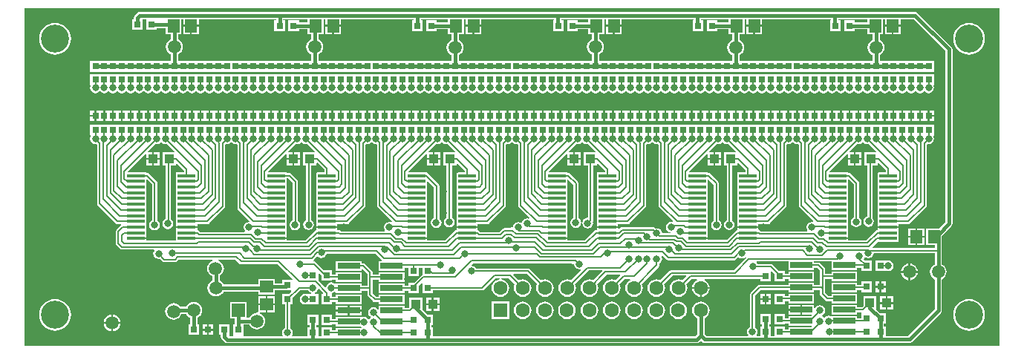
<source format=gtl>
%FSLAX43Y43*%
%MOMM*%
G71*
G01*
G75*
G04 Layer_Physical_Order=1*
G04 Layer_Color=255*
%ADD10R,0.800X0.800*%
%ADD11R,0.800X0.800*%
%ADD12R,1.500X1.400*%
%ADD13R,2.500X0.700*%
%ADD14R,1.100X1.100*%
%ADD15R,1.400X1.500*%
%ADD16R,2.000X0.350*%
%ADD17C,0.400*%
%ADD18C,0.200*%
%ADD19C,1.500*%
%ADD20R,1.500X1.500*%
%ADD21C,1.600*%
%ADD22R,1.600X1.600*%
%ADD23C,3.200*%
%ADD24C,0.800*%
G36*
X161200Y50000D02*
X50000D01*
Y88500D01*
X161200D01*
Y50000D01*
D02*
G37*
%LPC*%
G36*
X73000Y76800D02*
X72200D01*
Y76200D01*
Y75600D01*
X73000D01*
Y76200D01*
Y76800D01*
D02*
G37*
G36*
X74000D02*
X73200D01*
Y76200D01*
Y75600D01*
X74000D01*
Y76200D01*
Y76800D01*
D02*
G37*
G36*
X71000D02*
X70200D01*
Y76200D01*
Y75600D01*
X71000D01*
Y76200D01*
Y76800D01*
D02*
G37*
G36*
X72000D02*
X71200D01*
Y76200D01*
Y75600D01*
X72000D01*
Y76200D01*
Y76800D01*
D02*
G37*
G36*
X77000D02*
X76200D01*
Y76200D01*
Y75600D01*
X77000D01*
Y76200D01*
Y76800D01*
D02*
G37*
G36*
X78000D02*
X77200D01*
Y76200D01*
Y75600D01*
X78000D01*
Y76200D01*
Y76800D01*
D02*
G37*
G36*
X75000D02*
X74200D01*
Y76200D01*
Y75600D01*
X75000D01*
Y76200D01*
Y76800D01*
D02*
G37*
G36*
X76000D02*
X75200D01*
Y76200D01*
Y75600D01*
X76000D01*
Y76200D01*
Y76800D01*
D02*
G37*
G36*
X70000D02*
X69200D01*
Y76200D01*
Y75600D01*
X70000D01*
Y76200D01*
Y76800D01*
D02*
G37*
G36*
X64000D02*
X63200D01*
Y76200D01*
Y75600D01*
X64000D01*
Y76200D01*
Y76800D01*
D02*
G37*
G36*
X65000D02*
X64200D01*
Y76200D01*
Y75600D01*
X65000D01*
Y76200D01*
Y76800D01*
D02*
G37*
G36*
X62000D02*
X61200D01*
Y76200D01*
Y75600D01*
X62000D01*
Y76200D01*
Y76800D01*
D02*
G37*
G36*
X63000D02*
X62200D01*
Y76200D01*
Y75600D01*
X63000D01*
Y76200D01*
Y76800D01*
D02*
G37*
G36*
X68000D02*
X67200D01*
Y76200D01*
Y75600D01*
X68000D01*
Y76200D01*
Y76800D01*
D02*
G37*
G36*
X69000D02*
X68200D01*
Y76200D01*
Y75600D01*
X69000D01*
Y76200D01*
Y76800D01*
D02*
G37*
G36*
X66000D02*
X65200D01*
Y76200D01*
Y75600D01*
X66000D01*
Y76200D01*
Y76800D01*
D02*
G37*
G36*
X67000D02*
X66200D01*
Y76200D01*
Y75600D01*
X67000D01*
Y76200D01*
Y76800D01*
D02*
G37*
G36*
X79000D02*
X78200D01*
Y76200D01*
Y75600D01*
X79000D01*
Y76200D01*
Y76800D01*
D02*
G37*
G36*
X91000D02*
X90200D01*
Y76200D01*
Y75600D01*
X91000D01*
Y76200D01*
Y76800D01*
D02*
G37*
G36*
X92000D02*
X91200D01*
Y76200D01*
Y75600D01*
X92000D01*
Y76200D01*
Y76800D01*
D02*
G37*
G36*
X89000D02*
X88200D01*
Y76200D01*
Y75600D01*
X89000D01*
Y76200D01*
Y76800D01*
D02*
G37*
G36*
X90000D02*
X89200D01*
Y76200D01*
Y75600D01*
X90000D01*
Y76200D01*
Y76800D01*
D02*
G37*
G36*
X95000D02*
X94200D01*
Y76200D01*
Y75600D01*
X95000D01*
Y76200D01*
Y76800D01*
D02*
G37*
G36*
X96000D02*
X95200D01*
Y76200D01*
Y75600D01*
X96000D01*
Y76200D01*
Y76800D01*
D02*
G37*
G36*
X93000D02*
X92200D01*
Y76200D01*
Y75600D01*
X93000D01*
Y76200D01*
Y76800D01*
D02*
G37*
G36*
X94000D02*
X93200D01*
Y76200D01*
Y75600D01*
X94000D01*
Y76200D01*
Y76800D01*
D02*
G37*
G36*
X88000D02*
X87200D01*
Y76200D01*
Y75600D01*
X88000D01*
Y76200D01*
Y76800D01*
D02*
G37*
G36*
X82000D02*
X81200D01*
Y76200D01*
Y75600D01*
X82000D01*
Y76200D01*
Y76800D01*
D02*
G37*
G36*
X83000D02*
X82200D01*
Y76200D01*
Y75600D01*
X83000D01*
Y76200D01*
Y76800D01*
D02*
G37*
G36*
X80000D02*
X79200D01*
Y76200D01*
Y75600D01*
X80000D01*
Y76200D01*
Y76800D01*
D02*
G37*
G36*
X81000D02*
X80200D01*
Y76200D01*
Y75600D01*
X81000D01*
Y76200D01*
Y76800D01*
D02*
G37*
G36*
X86000D02*
X85200D01*
Y76200D01*
Y75600D01*
X86000D01*
Y76200D01*
Y76800D01*
D02*
G37*
G36*
X87000D02*
X86200D01*
Y76200D01*
Y75600D01*
X87000D01*
Y76200D01*
Y76800D01*
D02*
G37*
G36*
X84000D02*
X83200D01*
Y76200D01*
Y75600D01*
X84000D01*
Y76200D01*
Y76800D01*
D02*
G37*
G36*
X85000D02*
X84200D01*
Y76200D01*
Y75600D01*
X85000D01*
Y76200D01*
Y76800D01*
D02*
G37*
G36*
X69295Y54983D02*
X69047Y54951D01*
X68816Y54855D01*
X68617Y54703D01*
X68465Y54504D01*
X68436Y54433D01*
X67789D01*
X67678Y54578D01*
X67479Y54730D01*
X67248Y54826D01*
X67000Y54858D01*
X66752Y54826D01*
X66521Y54730D01*
X66322Y54578D01*
X66170Y54379D01*
X66074Y54148D01*
X66042Y53900D01*
X66074Y53652D01*
X66170Y53421D01*
X66322Y53222D01*
X66521Y53070D01*
X66752Y52974D01*
X67000Y52942D01*
X67248Y52974D01*
X67479Y53070D01*
X67678Y53222D01*
X67830Y53421D01*
X67911Y53617D01*
X68436D01*
X68465Y53546D01*
X68617Y53347D01*
X68816Y53195D01*
X68892Y53164D01*
Y52400D01*
X68700D01*
Y51200D01*
X69900D01*
Y52400D01*
X69708D01*
Y53168D01*
X69774Y53195D01*
X69973Y53347D01*
X70125Y53546D01*
X70221Y53777D01*
X70253Y54025D01*
X70221Y54273D01*
X70125Y54504D01*
X69973Y54703D01*
X69774Y54855D01*
X69543Y54951D01*
X69295Y54983D01*
D02*
G37*
G36*
X77500Y55600D02*
X76650D01*
Y54800D01*
X77500D01*
Y55600D01*
D02*
G37*
G36*
X60100Y53545D02*
Y52700D01*
X60945D01*
X60926Y52848D01*
X60830Y53079D01*
X60678Y53278D01*
X60479Y53430D01*
X60248Y53526D01*
X60100Y53545D01*
D02*
G37*
G36*
X78550Y54600D02*
X77700D01*
Y53800D01*
X78550D01*
Y54600D01*
D02*
G37*
G36*
X152600Y62300D02*
X151800D01*
Y61450D01*
X152600D01*
Y62300D01*
D02*
G37*
G36*
X151600Y63350D02*
X150800D01*
Y62500D01*
X151600D01*
Y63350D01*
D02*
G37*
G36*
X78550Y55600D02*
X77700D01*
Y54800D01*
X78550D01*
Y55600D01*
D02*
G37*
G36*
X151600Y62300D02*
X150800D01*
Y61450D01*
X151600D01*
Y62300D01*
D02*
G37*
G36*
X59900Y53545D02*
X59752Y53526D01*
X59521Y53430D01*
X59322Y53278D01*
X59170Y53079D01*
X59074Y52848D01*
X59055Y52700D01*
X59900D01*
Y53545D01*
D02*
G37*
G36*
Y52500D02*
X59055D01*
X59074Y52352D01*
X59170Y52121D01*
X59322Y51922D01*
X59521Y51770D01*
X59752Y51674D01*
X59900Y51655D01*
Y52500D01*
D02*
G37*
G36*
X60945D02*
X60100D01*
Y51655D01*
X60248Y51674D01*
X60479Y51770D01*
X60678Y51922D01*
X60830Y52121D01*
X60926Y52352D01*
X60945Y52500D01*
D02*
G37*
G36*
X70800Y51700D02*
X70300D01*
Y51200D01*
X70800D01*
Y51700D01*
D02*
G37*
G36*
X71500D02*
X71000D01*
Y51200D01*
X71500D01*
Y51700D01*
D02*
G37*
G36*
X70800Y52400D02*
X70300D01*
Y51900D01*
X70800D01*
Y52400D01*
D02*
G37*
G36*
X71500D02*
X71000D01*
Y51900D01*
X71500D01*
Y52400D01*
D02*
G37*
G36*
X53500Y55309D02*
X53147Y55274D01*
X52808Y55171D01*
X52495Y55004D01*
X52221Y54779D01*
X51996Y54505D01*
X51829Y54192D01*
X51726Y53853D01*
X51691Y53500D01*
X51726Y53147D01*
X51829Y52808D01*
X51996Y52495D01*
X52221Y52221D01*
X52495Y51996D01*
X52808Y51829D01*
X53147Y51726D01*
X53500Y51691D01*
X53853Y51726D01*
X54192Y51829D01*
X54505Y51996D01*
X54779Y52221D01*
X55004Y52495D01*
X55171Y52808D01*
X55274Y53147D01*
X55309Y53500D01*
X55274Y53853D01*
X55171Y54192D01*
X55004Y54505D01*
X54779Y54779D01*
X54505Y55004D01*
X54192Y55171D01*
X53853Y55274D01*
X53500Y55309D01*
D02*
G37*
G36*
X157700D02*
X157347Y55274D01*
X157008Y55171D01*
X156695Y55004D01*
X156421Y54779D01*
X156196Y54505D01*
X156029Y54192D01*
X155926Y53853D01*
X155891Y53500D01*
X155926Y53147D01*
X156029Y52808D01*
X156196Y52495D01*
X156421Y52221D01*
X156695Y51996D01*
X157008Y51829D01*
X157347Y51726D01*
X157700Y51691D01*
X158053Y51726D01*
X158392Y51829D01*
X158705Y51996D01*
X158979Y52221D01*
X159204Y52495D01*
X159371Y52808D01*
X159474Y53147D01*
X159509Y53500D01*
X159474Y53853D01*
X159371Y54192D01*
X159204Y54505D01*
X158979Y54779D01*
X158705Y55004D01*
X158392Y55171D01*
X158053Y55274D01*
X157700Y55309D01*
D02*
G37*
G36*
X152600Y63350D02*
X151800D01*
Y62500D01*
X152600D01*
Y63350D01*
D02*
G37*
G36*
X144700Y76800D02*
X144200D01*
Y76200D01*
Y75600D01*
X144500D01*
Y75600D01*
X145000D01*
Y76200D01*
Y76800D01*
X144700D01*
Y76800D01*
D02*
G37*
G36*
X146000D02*
X145500D01*
Y76800D01*
X145200D01*
Y76200D01*
Y75600D01*
X145700D01*
Y75600D01*
X146000D01*
Y76200D01*
Y76800D01*
D02*
G37*
G36*
X143000Y76800D02*
X142200D01*
Y76200D01*
Y75600D01*
X143000D01*
Y76200D01*
Y76800D01*
D02*
G37*
G36*
X144000Y76800D02*
X143500D01*
Y76800D01*
X143200D01*
Y76200D01*
Y75600D01*
X143700D01*
Y75600D01*
X144000D01*
Y76200D01*
Y76800D01*
D02*
G37*
G36*
X60000D02*
X59200D01*
Y76200D01*
Y75600D01*
X60000D01*
Y76200D01*
Y76800D01*
D02*
G37*
G36*
X61000D02*
X60200D01*
Y76200D01*
Y75600D01*
X61000D01*
Y76200D01*
Y76800D01*
D02*
G37*
G36*
X58000Y76100D02*
X57500D01*
Y75600D01*
X58000D01*
Y76100D01*
D02*
G37*
G36*
X59000Y76800D02*
X58200D01*
Y76200D01*
Y75600D01*
X59000D01*
Y76200D01*
Y76800D01*
D02*
G37*
G36*
X142000Y76800D02*
X141200D01*
Y76200D01*
Y75600D01*
X142000D01*
Y76200D01*
Y76800D01*
D02*
G37*
G36*
X145400Y72050D02*
X144750D01*
Y71400D01*
X145400D01*
Y72050D01*
D02*
G37*
G36*
X151550Y88058D02*
X151550Y88058D01*
X63150D01*
X62994Y88027D01*
X62862Y87938D01*
X62862Y87938D01*
X62612Y87688D01*
X62523Y87556D01*
X62518Y87530D01*
X62492Y87400D01*
X62492Y87400D01*
Y87200D01*
X62300D01*
Y86000D01*
X63500D01*
Y87200D01*
D01*
Y87200D01*
X63542Y87242D01*
X63900D01*
Y87200D01*
X63900D01*
Y86000D01*
X65100D01*
Y86192D01*
X66100D01*
Y85550D01*
X66692D01*
Y84959D01*
X66621Y84930D01*
X66422Y84778D01*
X66270Y84579D01*
X66174Y84348D01*
X66142Y84100D01*
X66174Y83852D01*
X66270Y83621D01*
X66422Y83422D01*
X66621Y83270D01*
X66692Y83241D01*
Y82450D01*
X57500D01*
Y81250D01*
X92500D01*
Y81250D01*
X95700D01*
Y81250D01*
X121700D01*
Y81250D01*
X133500D01*
Y81250D01*
X137500D01*
Y81250D01*
X153700D01*
Y82450D01*
X147508D01*
Y83141D01*
X147579Y83170D01*
X147778Y83322D01*
X147930Y83521D01*
X148026Y83752D01*
X148058Y84000D01*
X148026Y84248D01*
X147930Y84479D01*
X147778Y84678D01*
X147579Y84830D01*
X147508Y84859D01*
Y85550D01*
X147900D01*
Y87242D01*
X148100D01*
Y86600D01*
X149900D01*
Y87242D01*
X151381D01*
X154992Y83631D01*
Y64069D01*
X154273Y63350D01*
X152800D01*
Y61450D01*
X153792D01*
Y61131D01*
X146729D01*
X146681Y61248D01*
X147288Y61855D01*
X147300Y61850D01*
Y61850D01*
X147300Y61850D01*
X149700D01*
Y62500D01*
Y63150D01*
Y63425D01*
X147300D01*
Y63250D01*
Y63206D01*
X147275Y63181D01*
X147275D01*
Y63181D01*
D01*
D01*
D01*
X147158Y63158D01*
X147059Y63091D01*
X147059Y63091D01*
X145973Y62006D01*
X143900D01*
Y62125D01*
X142700D01*
Y62325D01*
X143900D01*
Y62500D01*
Y63150D01*
Y63800D01*
Y64450D01*
Y65100D01*
Y65750D01*
Y66400D01*
Y67050D01*
Y67700D01*
Y68350D01*
Y68901D01*
X144017Y68950D01*
X144569Y68398D01*
Y64659D01*
X144417Y64558D01*
X144285Y64359D01*
X144238Y64125D01*
X144285Y63891D01*
X144417Y63692D01*
X144616Y63560D01*
X144850Y63513D01*
X145084Y63560D01*
X145283Y63692D01*
X145415Y63891D01*
X145462Y64125D01*
X145415Y64359D01*
X145283Y64558D01*
X145181Y64626D01*
Y68525D01*
X145181Y68525D01*
X145181Y68525D01*
Y68525D01*
X145181D01*
X145181Y68525D01*
X145158Y68642D01*
X145131Y68682D01*
X145091Y68741D01*
X145091Y68741D01*
X144241Y69591D01*
X144142Y69658D01*
X144025Y69681D01*
X144025Y69681D01*
X143900D01*
Y69750D01*
X141849D01*
X141800Y69867D01*
X143783Y71850D01*
X143900Y71801D01*
Y71400D01*
X144550D01*
Y72050D01*
X144149D01*
X144100Y72167D01*
X144951Y73018D01*
X145100Y72988D01*
X145334Y73035D01*
X145533Y73167D01*
X145536Y73173D01*
X145663D01*
X145667Y73167D01*
X145866Y73035D01*
X146100Y72988D01*
X146249Y73018D01*
X147100Y72167D01*
X147051Y72050D01*
X145800D01*
Y70550D01*
X146119D01*
Y64734D01*
X146023Y64715D01*
X145825Y64583D01*
X145692Y64384D01*
X145645Y64150D01*
X145692Y63916D01*
X145825Y63717D01*
X146023Y63585D01*
X146257Y63538D01*
X146491Y63585D01*
X146690Y63717D01*
X146822Y63916D01*
X146869Y64150D01*
X146822Y64384D01*
X146731Y64521D01*
Y70550D01*
X147300D01*
Y70801D01*
X147417Y70850D01*
X148194Y70073D01*
Y69750D01*
X147300D01*
Y69000D01*
Y68350D01*
Y67700D01*
Y67050D01*
Y66400D01*
Y65750D01*
Y65100D01*
Y64450D01*
Y63800D01*
Y63625D01*
X149700D01*
Y63800D01*
Y63869D01*
X150775D01*
X150775Y63869D01*
X150892Y63892D01*
X150991Y63959D01*
X152816Y65784D01*
X152816Y65784D01*
X152883Y65883D01*
X152883Y65883D01*
X152883Y65883D01*
X152906Y66000D01*
X152906Y66000D01*
Y72927D01*
X153004Y73007D01*
X153100Y72988D01*
X153334Y73035D01*
X153533Y73167D01*
X153665Y73366D01*
X153712Y73600D01*
X153665Y73834D01*
X153629Y73888D01*
X153689Y74000D01*
X153700D01*
Y75200D01*
X145500D01*
Y75200D01*
X144700D01*
Y75200D01*
X143500D01*
Y75200D01*
X137700D01*
Y75200D01*
X57500D01*
Y74000D01*
X57511D01*
X57571Y73888D01*
X57535Y73834D01*
X57488Y73600D01*
X57535Y73366D01*
X57667Y73167D01*
X57866Y73035D01*
X58100Y72988D01*
X58196Y73007D01*
X58294Y72927D01*
Y66200D01*
X58294Y66200D01*
X58317Y66083D01*
X58384Y65984D01*
X60409Y63959D01*
X60508Y63892D01*
X60625Y63869D01*
X60625Y63869D01*
X60981D01*
X61018Y63748D01*
X61009Y63741D01*
X60484Y63216D01*
X60417Y63117D01*
X60394Y63000D01*
X60394Y63000D01*
Y61675D01*
X60394Y61675D01*
X60417Y61558D01*
X60484Y61459D01*
X60909Y61034D01*
X60909Y61034D01*
X60968Y60994D01*
X61008Y60967D01*
X61125Y60944D01*
X64740D01*
X64800Y60832D01*
X64735Y60734D01*
X64688Y60500D01*
X64735Y60266D01*
X64867Y60067D01*
X65066Y59935D01*
X65300Y59888D01*
X65449Y59918D01*
X65756Y59612D01*
X65756Y59612D01*
X65855Y59545D01*
X65855Y59545D01*
X65855Y59545D01*
D01*
X65855Y59545D01*
X65855Y59545D01*
X65972Y59522D01*
X67193D01*
X67193Y59522D01*
X67310Y59545D01*
X67410Y59612D01*
X67620Y59822D01*
X71460D01*
X71484Y59698D01*
X71321Y59630D01*
X71122Y59478D01*
X70970Y59279D01*
X70874Y59048D01*
X70842Y58800D01*
X70874Y58552D01*
X70970Y58321D01*
X71122Y58122D01*
X71321Y57970D01*
X71427Y57926D01*
Y57424D01*
X71356Y57395D01*
X71157Y57243D01*
X71005Y57044D01*
X70909Y56813D01*
X70877Y56565D01*
X70909Y56317D01*
X71005Y56086D01*
X71157Y55887D01*
X71356Y55735D01*
X71587Y55639D01*
X71835Y55607D01*
X72083Y55639D01*
X72314Y55735D01*
X72513Y55887D01*
X72665Y56086D01*
X72694Y56157D01*
X76650D01*
Y55800D01*
X78550D01*
Y56292D01*
X79800D01*
X79800Y56292D01*
X79839Y56300D01*
X80401D01*
X80450Y56183D01*
X80167Y55900D01*
X79400D01*
Y54700D01*
X79694D01*
Y52017D01*
X79567Y51932D01*
X79435Y51734D01*
X79388Y51500D01*
X79435Y51266D01*
X79482Y51195D01*
X79422Y51083D01*
X75000D01*
Y51200D01*
X75000D01*
Y52392D01*
X75641D01*
X75670Y52321D01*
X75822Y52122D01*
X76021Y51970D01*
X76252Y51874D01*
X76500Y51842D01*
X76748Y51874D01*
X76979Y51970D01*
X77178Y52122D01*
X77330Y52321D01*
X77426Y52552D01*
X77458Y52800D01*
X77426Y53048D01*
X77330Y53279D01*
X77178Y53478D01*
X76979Y53630D01*
X76869Y53675D01*
X76894Y53800D01*
X77500D01*
Y54600D01*
X76650D01*
Y53835D01*
X76555Y53751D01*
X76500Y53758D01*
X76252Y53726D01*
X76021Y53630D01*
X75822Y53478D01*
X75670Y53279D01*
X75641Y53208D01*
X75325D01*
Y54975D01*
X73425D01*
Y53075D01*
X73992D01*
Y52800D01*
Y52400D01*
X73800D01*
Y51200D01*
X73800D01*
Y51173D01*
X73710Y51083D01*
X73400D01*
Y51200D01*
X73400D01*
Y52400D01*
X72200D01*
Y51200D01*
X72392D01*
Y51000D01*
X72392Y51000D01*
X72418Y50870D01*
X72423Y50844D01*
X72512Y50712D01*
X72512Y50712D01*
X72512Y50712D01*
X72837Y50387D01*
X72969Y50298D01*
X72995Y50293D01*
X73125Y50267D01*
X73125Y50267D01*
X126675D01*
X126675Y50267D01*
X126805Y50293D01*
X126831Y50298D01*
X126963Y50387D01*
X126963Y50387D01*
X126963Y50387D01*
X127130Y50553D01*
X127272Y50412D01*
X127272Y50412D01*
X127404Y50323D01*
X127430Y50318D01*
X127560Y50292D01*
X127560Y50292D01*
X150900D01*
X150900Y50292D01*
X151030Y50318D01*
X151056Y50323D01*
X151188Y50412D01*
X151188Y50412D01*
X151188Y50412D01*
X154488Y53712D01*
X154488Y53712D01*
X154577Y53844D01*
X154608Y54000D01*
Y57541D01*
X154679Y57570D01*
X154878Y57722D01*
X155030Y57921D01*
X155126Y58152D01*
X155158Y58400D01*
X155126Y58648D01*
X155030Y58879D01*
X154878Y59078D01*
X154679Y59230D01*
X154608Y59259D01*
Y60825D01*
Y62531D01*
X155688Y63612D01*
X155688Y63612D01*
X155777Y63744D01*
X155808Y63900D01*
Y83800D01*
X155777Y83956D01*
X155688Y84088D01*
X155688Y84088D01*
X151838Y87938D01*
X151706Y88027D01*
X151680Y88032D01*
X151550Y88058D01*
D02*
G37*
G36*
X144550Y71200D02*
X143900D01*
Y70550D01*
X144550D01*
Y71200D01*
D02*
G37*
G36*
X145400D02*
X144750D01*
Y70550D01*
X145400D01*
Y71200D01*
D02*
G37*
G36*
X140000Y76800D02*
X139200D01*
Y76200D01*
Y75600D01*
X140000D01*
Y76200D01*
Y76800D01*
D02*
G37*
G36*
X141000D02*
X140200D01*
Y76200D01*
Y75600D01*
X141000D01*
Y76200D01*
Y76800D01*
D02*
G37*
G36*
X137700Y76800D02*
X137200D01*
Y76200D01*
Y75600D01*
X137500D01*
Y75600D01*
X138000D01*
Y76200D01*
Y76800D01*
X137700D01*
Y76800D01*
D02*
G37*
G36*
X139000Y76800D02*
X138200D01*
Y76200D01*
Y75600D01*
X139000D01*
Y76200D01*
Y76800D01*
D02*
G37*
G36*
X134000Y76800D02*
X133200D01*
Y76200D01*
Y75600D01*
X134000D01*
Y76200D01*
Y76800D01*
D02*
G37*
G36*
X133000D02*
X132200D01*
Y76200D01*
Y75600D01*
X133000D01*
Y76200D01*
Y76800D01*
D02*
G37*
G36*
X132000D02*
X131200D01*
Y76200D01*
Y75600D01*
X132000D01*
Y76200D01*
Y76800D01*
D02*
G37*
G36*
X135000D02*
X134200D01*
Y76200D01*
Y75600D01*
X135000D01*
Y76200D01*
Y76800D01*
D02*
G37*
G36*
X147000D02*
X146200D01*
Y76200D01*
Y75600D01*
X147000D01*
Y76200D01*
Y76800D01*
D02*
G37*
G36*
X137000D02*
X136200D01*
Y76200D01*
Y75600D01*
X137000D01*
Y76200D01*
Y76800D01*
D02*
G37*
G36*
X136000D02*
X135200D01*
Y76200D01*
Y75600D01*
X136000D01*
Y76200D01*
Y76800D01*
D02*
G37*
G36*
X127000D02*
X126200D01*
Y76200D01*
Y75600D01*
X127000D01*
Y76200D01*
Y76800D01*
D02*
G37*
G36*
X126000D02*
X125200D01*
Y76200D01*
Y75600D01*
X126000D01*
Y76200D01*
Y76800D01*
D02*
G37*
G36*
X125000D02*
X124200D01*
Y76200D01*
Y75600D01*
X125000D01*
Y76200D01*
Y76800D01*
D02*
G37*
G36*
X128000D02*
X127200D01*
Y76200D01*
Y75600D01*
X128000D01*
Y76200D01*
Y76800D01*
D02*
G37*
G36*
X131000D02*
X130200D01*
Y76200D01*
Y75600D01*
X131000D01*
Y76200D01*
Y76800D01*
D02*
G37*
G36*
X130000D02*
X129200D01*
Y76200D01*
Y75600D01*
X130000D01*
Y76200D01*
Y76800D01*
D02*
G37*
G36*
X129000D02*
X128200D01*
Y76200D01*
Y75600D01*
X129000D01*
Y76200D01*
Y76800D01*
D02*
G37*
G36*
X133700Y80950D02*
X121500D01*
Y80950D01*
X95500D01*
Y80950D01*
X92700D01*
Y80950D01*
X57500D01*
Y79750D01*
X57500Y79750D01*
X57500D01*
X57550Y79657D01*
X57535Y79634D01*
X57488Y79400D01*
X57535Y79166D01*
X57667Y78967D01*
X57866Y78835D01*
X58100Y78788D01*
X58334Y78835D01*
X58533Y78967D01*
X58536Y78973D01*
X58664D01*
X58667Y78967D01*
X58866Y78835D01*
X59100Y78788D01*
X59334Y78835D01*
X59533Y78967D01*
X59536Y78973D01*
X59664D01*
X59667Y78967D01*
X59866Y78835D01*
X60100Y78788D01*
X60334Y78835D01*
X60533Y78967D01*
X60536Y78973D01*
X60664D01*
X60667Y78967D01*
X60866Y78835D01*
X61100Y78788D01*
X61334Y78835D01*
X61533Y78967D01*
X61536Y78973D01*
X61664D01*
X61667Y78967D01*
X61866Y78835D01*
X62100Y78788D01*
X62334Y78835D01*
X62533Y78967D01*
X62536Y78973D01*
X62664D01*
X62667Y78967D01*
X62866Y78835D01*
X63100Y78788D01*
X63334Y78835D01*
X63533Y78967D01*
X63536Y78973D01*
X63664D01*
X63667Y78967D01*
X63866Y78835D01*
X64100Y78788D01*
X64334Y78835D01*
X64533Y78967D01*
X64536Y78973D01*
X64663D01*
X64667Y78967D01*
X64866Y78835D01*
X65100Y78788D01*
X65334Y78835D01*
X65533Y78967D01*
X65536Y78973D01*
X65663D01*
X65667Y78967D01*
X65866Y78835D01*
X66100Y78788D01*
X66334Y78835D01*
X66533Y78967D01*
X66536Y78973D01*
X66663D01*
X66667Y78967D01*
X66866Y78835D01*
X67100Y78788D01*
X67334Y78835D01*
X67533Y78967D01*
X67536Y78973D01*
X67663D01*
X67667Y78967D01*
X67866Y78835D01*
X68100Y78788D01*
X68334Y78835D01*
X68533Y78967D01*
X68536Y78973D01*
X68663D01*
X68667Y78967D01*
X68866Y78835D01*
X69100Y78788D01*
X69334Y78835D01*
X69533Y78967D01*
X69536Y78973D01*
X69663D01*
X69667Y78967D01*
X69866Y78835D01*
X70100Y78788D01*
X70334Y78835D01*
X70533Y78967D01*
X70536Y78973D01*
X70663D01*
X70667Y78967D01*
X70866Y78835D01*
X71100Y78788D01*
X71334Y78835D01*
X71533Y78967D01*
X71536Y78973D01*
X71663D01*
X71667Y78967D01*
X71866Y78835D01*
X72100Y78788D01*
X72334Y78835D01*
X72533Y78967D01*
X72536Y78973D01*
X72663D01*
X72667Y78967D01*
X72866Y78835D01*
X73100Y78788D01*
X73334Y78835D01*
X73533Y78967D01*
X73536Y78973D01*
X73663D01*
X73667Y78967D01*
X73866Y78835D01*
X74100Y78788D01*
X74334Y78835D01*
X74533Y78967D01*
X74536Y78973D01*
X74663D01*
X74667Y78967D01*
X74866Y78835D01*
X75100Y78788D01*
X75334Y78835D01*
X75533Y78967D01*
X75536Y78973D01*
X75663D01*
X75667Y78967D01*
X75866Y78835D01*
X76100Y78788D01*
X76334Y78835D01*
X76533Y78967D01*
X76536Y78973D01*
X76663D01*
X76667Y78967D01*
X76866Y78835D01*
X77100Y78788D01*
X77334Y78835D01*
X77533Y78967D01*
X77536Y78973D01*
X77663D01*
X77667Y78967D01*
X77866Y78835D01*
X78100Y78788D01*
X78334Y78835D01*
X78533Y78967D01*
X78536Y78973D01*
X78663D01*
X78667Y78967D01*
X78866Y78835D01*
X79100Y78788D01*
X79334Y78835D01*
X79533Y78967D01*
X79536Y78973D01*
X79663D01*
X79667Y78967D01*
X79866Y78835D01*
X80100Y78788D01*
X80334Y78835D01*
X80533Y78967D01*
X80536Y78973D01*
X80663D01*
X80667Y78967D01*
X80866Y78835D01*
X81100Y78788D01*
X81334Y78835D01*
X81533Y78967D01*
X81536Y78973D01*
X81663D01*
X81667Y78967D01*
X81866Y78835D01*
X82100Y78788D01*
X82334Y78835D01*
X82533Y78967D01*
X82536Y78973D01*
X82663D01*
X82667Y78967D01*
X82866Y78835D01*
X83100Y78788D01*
X83334Y78835D01*
X83533Y78967D01*
X83536Y78973D01*
X83663D01*
X83667Y78967D01*
X83866Y78835D01*
X84100Y78788D01*
X84334Y78835D01*
X84533Y78967D01*
X84536Y78973D01*
X84663D01*
X84667Y78967D01*
X84866Y78835D01*
X85100Y78788D01*
X85334Y78835D01*
X85533Y78967D01*
X85536Y78973D01*
X85663D01*
X85667Y78967D01*
X85866Y78835D01*
X86100Y78788D01*
X86334Y78835D01*
X86533Y78967D01*
X86536Y78973D01*
X86663D01*
X86667Y78967D01*
X86866Y78835D01*
X87100Y78788D01*
X87334Y78835D01*
X87533Y78967D01*
X87536Y78973D01*
X87663D01*
X87667Y78967D01*
X87866Y78835D01*
X88100Y78788D01*
X88334Y78835D01*
X88533Y78967D01*
X88536Y78973D01*
X88663D01*
X88667Y78967D01*
X88866Y78835D01*
X89100Y78788D01*
X89334Y78835D01*
X89533Y78967D01*
X89536Y78973D01*
X89663D01*
X89667Y78967D01*
X89866Y78835D01*
X90100Y78788D01*
X90334Y78835D01*
X90533Y78967D01*
X90536Y78973D01*
X90663D01*
X90667Y78967D01*
X90866Y78835D01*
X91100Y78788D01*
X91334Y78835D01*
X91533Y78967D01*
X91536Y78973D01*
X91663D01*
X91667Y78967D01*
X91866Y78835D01*
X92100Y78788D01*
X92334Y78835D01*
X92533Y78967D01*
X92536Y78973D01*
X92663D01*
X92667Y78967D01*
X92866Y78835D01*
X93100Y78788D01*
X93334Y78835D01*
X93533Y78967D01*
X93536Y78973D01*
X93663D01*
X93667Y78967D01*
X93866Y78835D01*
X94100Y78788D01*
X94334Y78835D01*
X94533Y78967D01*
X94536Y78973D01*
X94663D01*
X94667Y78967D01*
X94866Y78835D01*
X95100Y78788D01*
X95334Y78835D01*
X95533Y78967D01*
X95536Y78973D01*
X95663D01*
X95667Y78967D01*
X95866Y78835D01*
X96100Y78788D01*
X96334Y78835D01*
X96533Y78967D01*
X96536Y78973D01*
X96663D01*
X96667Y78967D01*
X96866Y78835D01*
X97100Y78788D01*
X97334Y78835D01*
X97533Y78967D01*
X97536Y78973D01*
X97663D01*
X97667Y78967D01*
X97866Y78835D01*
X98100Y78788D01*
X98334Y78835D01*
X98533Y78967D01*
X98536Y78973D01*
X98663D01*
X98667Y78967D01*
X98866Y78835D01*
X99100Y78788D01*
X99334Y78835D01*
X99533Y78967D01*
X99536Y78973D01*
X99663D01*
X99667Y78967D01*
X99866Y78835D01*
X100100Y78788D01*
X100334Y78835D01*
X100533Y78967D01*
X100536Y78973D01*
X100663D01*
X100667Y78967D01*
X100866Y78835D01*
X101100Y78788D01*
X101334Y78835D01*
X101533Y78967D01*
X101536Y78973D01*
X101663D01*
X101667Y78967D01*
X101866Y78835D01*
X102100Y78788D01*
X102334Y78835D01*
X102533Y78967D01*
X102536Y78973D01*
X102663D01*
X102667Y78967D01*
X102866Y78835D01*
X103100Y78788D01*
X103334Y78835D01*
X103533Y78967D01*
X103536Y78973D01*
X103663D01*
X103667Y78967D01*
X103866Y78835D01*
X104100Y78788D01*
X104334Y78835D01*
X104533Y78967D01*
X104536Y78973D01*
X104663D01*
X104667Y78967D01*
X104866Y78835D01*
X105100Y78788D01*
X105334Y78835D01*
X105533Y78967D01*
X105536Y78973D01*
X105663D01*
X105667Y78967D01*
X105866Y78835D01*
X106100Y78788D01*
X106334Y78835D01*
X106533Y78967D01*
X106536Y78973D01*
X106663D01*
X106667Y78967D01*
X106866Y78835D01*
X107100Y78788D01*
X107334Y78835D01*
X107533Y78967D01*
X107536Y78973D01*
X107663D01*
X107667Y78967D01*
X107866Y78835D01*
X108100Y78788D01*
X108334Y78835D01*
X108533Y78967D01*
X108536Y78973D01*
X108663D01*
X108667Y78967D01*
X108866Y78835D01*
X109100Y78788D01*
X109334Y78835D01*
X109533Y78967D01*
X109536Y78973D01*
X109663D01*
X109667Y78967D01*
X109866Y78835D01*
X110100Y78788D01*
X110334Y78835D01*
X110533Y78967D01*
X110536Y78973D01*
X110663D01*
X110667Y78967D01*
X110866Y78835D01*
X111100Y78788D01*
X111334Y78835D01*
X111533Y78967D01*
X111536Y78973D01*
X111663D01*
X111667Y78967D01*
X111866Y78835D01*
X112100Y78788D01*
X112334Y78835D01*
X112533Y78967D01*
X112536Y78973D01*
X112663D01*
X112667Y78967D01*
X112866Y78835D01*
X113100Y78788D01*
X113334Y78835D01*
X113533Y78967D01*
X113536Y78973D01*
X113663D01*
X113667Y78967D01*
X113866Y78835D01*
X114100Y78788D01*
X114334Y78835D01*
X114533Y78967D01*
X114536Y78973D01*
X114663D01*
X114667Y78967D01*
X114866Y78835D01*
X115100Y78788D01*
X115334Y78835D01*
X115533Y78967D01*
X115536Y78973D01*
X115663D01*
X115667Y78967D01*
X115866Y78835D01*
X116100Y78788D01*
X116334Y78835D01*
X116533Y78967D01*
X116536Y78973D01*
X116663D01*
X116667Y78967D01*
X116866Y78835D01*
X117100Y78788D01*
X117334Y78835D01*
X117533Y78967D01*
X117536Y78973D01*
X117663D01*
X117667Y78967D01*
X117866Y78835D01*
X118100Y78788D01*
X118334Y78835D01*
X118533Y78967D01*
X118536Y78973D01*
X118663D01*
X118667Y78967D01*
X118866Y78835D01*
X119100Y78788D01*
X119334Y78835D01*
X119533Y78967D01*
X119536Y78973D01*
X119663D01*
X119667Y78967D01*
X119866Y78835D01*
X120100Y78788D01*
X120334Y78835D01*
X120533Y78967D01*
X120536Y78973D01*
X120663D01*
X120667Y78967D01*
X120866Y78835D01*
X121100Y78788D01*
X121334Y78835D01*
X121533Y78967D01*
X121536Y78973D01*
X121663D01*
X121667Y78967D01*
X121866Y78835D01*
X122100Y78788D01*
X122334Y78835D01*
X122533Y78967D01*
X122536Y78973D01*
X122663D01*
X122667Y78967D01*
X122866Y78835D01*
X123100Y78788D01*
X123334Y78835D01*
X123533Y78967D01*
X123536Y78973D01*
X123663D01*
X123667Y78967D01*
X123866Y78835D01*
X124100Y78788D01*
X124334Y78835D01*
X124533Y78967D01*
X124536Y78973D01*
X124663D01*
X124667Y78967D01*
X124866Y78835D01*
X125100Y78788D01*
X125334Y78835D01*
X125533Y78967D01*
X125536Y78973D01*
X125663D01*
X125667Y78967D01*
X125866Y78835D01*
X126100Y78788D01*
X126334Y78835D01*
X126533Y78967D01*
X126536Y78973D01*
X126663D01*
X126667Y78967D01*
X126866Y78835D01*
X127100Y78788D01*
X127334Y78835D01*
X127533Y78967D01*
X127536Y78973D01*
X127663D01*
X127667Y78967D01*
X127866Y78835D01*
X128100Y78788D01*
X128334Y78835D01*
X128533Y78967D01*
X128536Y78973D01*
X128663D01*
X128667Y78967D01*
X128866Y78835D01*
X129100Y78788D01*
X129334Y78835D01*
X129533Y78967D01*
X129536Y78973D01*
X129663D01*
X129667Y78967D01*
X129866Y78835D01*
X130100Y78788D01*
X130334Y78835D01*
X130533Y78967D01*
X130536Y78973D01*
X130663D01*
X130667Y78967D01*
X130866Y78835D01*
X131100Y78788D01*
X131334Y78835D01*
X131533Y78967D01*
X131536Y78973D01*
X131663D01*
X131667Y78967D01*
X131866Y78835D01*
X132100Y78788D01*
X132334Y78835D01*
X132533Y78967D01*
X132536Y78973D01*
X132663D01*
X132667Y78967D01*
X132866Y78835D01*
X133100Y78788D01*
X133334Y78835D01*
X133533Y78967D01*
X133536Y78973D01*
X133663D01*
X133667Y78967D01*
X133866Y78835D01*
X134100Y78788D01*
X134334Y78835D01*
X134533Y78967D01*
X134536Y78973D01*
X134663D01*
X134667Y78967D01*
X134866Y78835D01*
X135100Y78788D01*
X135334Y78835D01*
X135533Y78967D01*
X135536Y78973D01*
X135663D01*
X135667Y78967D01*
X135866Y78835D01*
X136100Y78788D01*
X136334Y78835D01*
X136533Y78967D01*
X136536Y78973D01*
X136663D01*
X136667Y78967D01*
X136866Y78835D01*
X137100Y78788D01*
X137334Y78835D01*
X137533Y78967D01*
X137536Y78973D01*
X137663D01*
X137667Y78967D01*
X137866Y78835D01*
X138100Y78788D01*
X138334Y78835D01*
X138533Y78967D01*
X138536Y78973D01*
X138663D01*
X138667Y78967D01*
X138866Y78835D01*
X139100Y78788D01*
X139334Y78835D01*
X139533Y78967D01*
X139536Y78973D01*
X139663D01*
X139667Y78967D01*
X139866Y78835D01*
X140100Y78788D01*
X140334Y78835D01*
X140533Y78967D01*
X140536Y78973D01*
X140663D01*
X140667Y78967D01*
X140866Y78835D01*
X141100Y78788D01*
X141334Y78835D01*
X141533Y78967D01*
X141536Y78973D01*
X141663D01*
X141667Y78967D01*
X141866Y78835D01*
X142100Y78788D01*
X142334Y78835D01*
X142533Y78967D01*
X142536Y78973D01*
X142663D01*
X142667Y78967D01*
X142866Y78835D01*
X143100Y78788D01*
X143334Y78835D01*
X143533Y78967D01*
X143536Y78973D01*
X143663D01*
X143667Y78967D01*
X143866Y78835D01*
X144100Y78788D01*
X144334Y78835D01*
X144533Y78967D01*
X144536Y78973D01*
X144663D01*
X144667Y78967D01*
X144866Y78835D01*
X145100Y78788D01*
X145334Y78835D01*
X145533Y78967D01*
X145536Y78973D01*
X145663D01*
X145667Y78967D01*
X145866Y78835D01*
X146100Y78788D01*
X146334Y78835D01*
X146533Y78967D01*
X146536Y78973D01*
X146663D01*
X146667Y78967D01*
X146866Y78835D01*
X147100Y78788D01*
X147334Y78835D01*
X147533Y78967D01*
X147536Y78973D01*
X147663D01*
X147667Y78967D01*
X147866Y78835D01*
X148100Y78788D01*
X148334Y78835D01*
X148533Y78967D01*
X148536Y78973D01*
X148663D01*
X148667Y78967D01*
X148866Y78835D01*
X149100Y78788D01*
X149334Y78835D01*
X149533Y78967D01*
X149536Y78973D01*
X149663D01*
X149667Y78967D01*
X149866Y78835D01*
X150100Y78788D01*
X150334Y78835D01*
X150533Y78967D01*
X150536Y78973D01*
X150663D01*
X150667Y78967D01*
X150866Y78835D01*
X151100Y78788D01*
X151334Y78835D01*
X151533Y78967D01*
X151536Y78973D01*
X151663D01*
X151667Y78967D01*
X151866Y78835D01*
X152100Y78788D01*
X152334Y78835D01*
X152533Y78967D01*
X152536Y78973D01*
X152663D01*
X152667Y78967D01*
X152866Y78835D01*
X153100Y78788D01*
X153334Y78835D01*
X153533Y78967D01*
X153665Y79166D01*
X153712Y79400D01*
X153665Y79634D01*
X153650Y79657D01*
X153700Y79750D01*
X153700D01*
X153700Y79750D01*
Y80950D01*
X137700D01*
Y80950D01*
X133700D01*
Y80950D01*
D02*
G37*
G36*
X153700Y76800D02*
X153200D01*
Y76300D01*
X153700D01*
Y76800D01*
D02*
G37*
G36*
X58000D02*
X57500D01*
Y76300D01*
X58000D01*
Y76800D01*
D02*
G37*
G36*
X149900Y86400D02*
X149100D01*
Y85550D01*
X149900D01*
Y86400D01*
D02*
G37*
G36*
X157700Y86809D02*
X157347Y86774D01*
X157008Y86671D01*
X156695Y86504D01*
X156421Y86279D01*
X156196Y86005D01*
X156029Y85692D01*
X155926Y85353D01*
X155891Y85000D01*
X155926Y84647D01*
X156029Y84308D01*
X156196Y83995D01*
X156421Y83721D01*
X156695Y83496D01*
X157008Y83329D01*
X157347Y83226D01*
X157700Y83191D01*
X158053Y83226D01*
X158392Y83329D01*
X158705Y83496D01*
X158979Y83721D01*
X159204Y83995D01*
X159371Y84308D01*
X159474Y84647D01*
X159509Y85000D01*
X159474Y85353D01*
X159371Y85692D01*
X159204Y86005D01*
X158979Y86279D01*
X158705Y86504D01*
X158392Y86671D01*
X158053Y86774D01*
X157700Y86809D01*
D02*
G37*
G36*
X53500D02*
X53147Y86774D01*
X52808Y86671D01*
X52495Y86504D01*
X52221Y86279D01*
X51996Y86005D01*
X51829Y85692D01*
X51726Y85353D01*
X51691Y85000D01*
X51726Y84647D01*
X51829Y84308D01*
X51996Y83995D01*
X52221Y83721D01*
X52495Y83496D01*
X52808Y83329D01*
X53147Y83226D01*
X53500Y83191D01*
X53853Y83226D01*
X54192Y83329D01*
X54505Y83496D01*
X54779Y83721D01*
X55004Y83995D01*
X55171Y84308D01*
X55274Y84647D01*
X55309Y85000D01*
X55274Y85353D01*
X55171Y85692D01*
X55004Y86005D01*
X54779Y86279D01*
X54505Y86504D01*
X54192Y86671D01*
X53853Y86774D01*
X53500Y86809D01*
D02*
G37*
G36*
X148900Y86400D02*
X148100D01*
Y85550D01*
X148900D01*
Y86400D01*
D02*
G37*
G36*
X150000Y76800D02*
X149200D01*
Y76200D01*
Y75600D01*
X150000D01*
Y76200D01*
Y76800D01*
D02*
G37*
G36*
X149000D02*
X148200D01*
Y76200D01*
Y75600D01*
X149000D01*
Y76200D01*
Y76800D01*
D02*
G37*
G36*
X148000D02*
X147200D01*
Y76200D01*
Y75600D01*
X148000D01*
Y76200D01*
Y76800D01*
D02*
G37*
G36*
X151000D02*
X150200D01*
Y76200D01*
Y75600D01*
X151000D01*
Y76200D01*
Y76800D01*
D02*
G37*
G36*
X153700Y76100D02*
X153200D01*
Y75600D01*
X153700D01*
Y76100D01*
D02*
G37*
G36*
X153000Y76800D02*
X152200D01*
Y76200D01*
Y75600D01*
X153000D01*
Y76200D01*
Y76800D01*
D02*
G37*
G36*
X152000D02*
X151200D01*
Y76200D01*
Y75600D01*
X152000D01*
Y76200D01*
Y76800D01*
D02*
G37*
G36*
X106000D02*
X105200D01*
Y76200D01*
Y75600D01*
X106000D01*
Y76200D01*
Y76800D01*
D02*
G37*
G36*
X105000D02*
X104200D01*
Y76200D01*
Y75600D01*
X105000D01*
Y76200D01*
Y76800D01*
D02*
G37*
G36*
X104000D02*
X103200D01*
Y76200D01*
Y75600D01*
X104000D01*
Y76200D01*
Y76800D01*
D02*
G37*
G36*
X107000D02*
X106200D01*
Y76200D01*
Y75600D01*
X107000D01*
Y76200D01*
Y76800D01*
D02*
G37*
G36*
X110000D02*
X109200D01*
Y76200D01*
Y75600D01*
X110000D01*
Y76200D01*
Y76800D01*
D02*
G37*
G36*
X109000D02*
X108200D01*
Y76200D01*
Y75600D01*
X109000D01*
Y76200D01*
Y76800D01*
D02*
G37*
G36*
X108000D02*
X107200D01*
Y76200D01*
Y75600D01*
X108000D01*
Y76200D01*
Y76800D01*
D02*
G37*
G36*
X99000D02*
X98200D01*
Y76200D01*
Y75600D01*
X99000D01*
Y76200D01*
Y76800D01*
D02*
G37*
G36*
X98000D02*
X97200D01*
Y76200D01*
Y75600D01*
X98000D01*
Y76200D01*
Y76800D01*
D02*
G37*
G36*
X97000D02*
X96200D01*
Y76200D01*
Y75600D01*
X97000D01*
Y76200D01*
Y76800D01*
D02*
G37*
G36*
X100000D02*
X99200D01*
Y76200D01*
Y75600D01*
X100000D01*
Y76200D01*
Y76800D01*
D02*
G37*
G36*
X103000D02*
X102200D01*
Y76200D01*
Y75600D01*
X103000D01*
Y76200D01*
Y76800D01*
D02*
G37*
G36*
X102000D02*
X101200D01*
Y76200D01*
Y75600D01*
X102000D01*
Y76200D01*
Y76800D01*
D02*
G37*
G36*
X101000D02*
X100200D01*
Y76200D01*
Y75600D01*
X101000D01*
Y76200D01*
Y76800D01*
D02*
G37*
G36*
X120000D02*
X119200D01*
Y76200D01*
Y75600D01*
X120000D01*
Y76200D01*
Y76800D01*
D02*
G37*
G36*
X119000D02*
X118200D01*
Y76200D01*
Y75600D01*
X119000D01*
Y76200D01*
Y76800D01*
D02*
G37*
G36*
X118000D02*
X117200D01*
Y76200D01*
Y75600D01*
X118000D01*
Y76200D01*
Y76800D01*
D02*
G37*
G36*
X121000D02*
X120200D01*
Y76200D01*
Y75600D01*
X121000D01*
Y76200D01*
Y76800D01*
D02*
G37*
G36*
X124000D02*
X123200D01*
Y76200D01*
Y75600D01*
X124000D01*
Y76200D01*
Y76800D01*
D02*
G37*
G36*
X123000D02*
X122200D01*
Y76200D01*
Y75600D01*
X123000D01*
Y76200D01*
Y76800D01*
D02*
G37*
G36*
X122000D02*
X121200D01*
Y76200D01*
Y75600D01*
X122000D01*
Y76200D01*
Y76800D01*
D02*
G37*
G36*
X114000D02*
X113200D01*
Y76200D01*
Y75600D01*
X114000D01*
Y76200D01*
Y76800D01*
D02*
G37*
G36*
X115000D02*
X114200D01*
Y76200D01*
Y75600D01*
X115000D01*
Y76200D01*
Y76800D01*
D02*
G37*
G36*
X116000D02*
X115200D01*
Y76200D01*
Y75600D01*
X116000D01*
Y76200D01*
Y76800D01*
D02*
G37*
G36*
X111000D02*
X110200D01*
Y76200D01*
Y75600D01*
X111000D01*
Y76200D01*
Y76800D01*
D02*
G37*
G36*
X112000D02*
X111200D01*
Y76200D01*
Y75600D01*
X112000D01*
Y76200D01*
Y76800D01*
D02*
G37*
G36*
X113000D02*
X112200D01*
Y76200D01*
Y75600D01*
X113000D01*
Y76200D01*
Y76800D01*
D02*
G37*
G36*
X117000D02*
X116200D01*
Y76200D01*
Y75600D01*
X117000D01*
Y76200D01*
Y76800D01*
D02*
G37*
%LPD*%
G36*
X74484Y59384D02*
X74484Y59384D01*
X74583Y59317D01*
X74583Y59317D01*
X74583Y59317D01*
D01*
X74583Y59317D01*
X74583Y59317D01*
X74700Y59294D01*
X74700Y59294D01*
X78873D01*
X80550Y57617D01*
X80501Y57500D01*
X79400D01*
Y57108D01*
X78550D01*
Y57600D01*
X76650D01*
Y56973D01*
X72694D01*
X72665Y57044D01*
X72513Y57243D01*
X72314Y57395D01*
X72243Y57424D01*
Y57955D01*
X72279Y57970D01*
X72478Y58122D01*
X72630Y58321D01*
X72726Y58552D01*
X72758Y58800D01*
X72726Y59048D01*
X72630Y59279D01*
X72478Y59478D01*
X72279Y59630D01*
X72116Y59698D01*
X72140Y59822D01*
X74045D01*
X74484Y59384D01*
D02*
G37*
G36*
X105667Y73167D02*
X105866Y73035D01*
X106100Y72988D01*
X106196Y73007D01*
X106294Y72927D01*
Y66000D01*
X106294Y66000D01*
X106317Y65883D01*
X106384Y65784D01*
X107583Y64584D01*
X107523Y64472D01*
X107325Y64512D01*
X107091Y64465D01*
X106892Y64333D01*
X106760Y64134D01*
X106743Y64052D01*
X106626Y64003D01*
X106534Y64065D01*
X106300Y64112D01*
X106066Y64065D01*
X105867Y63932D01*
X105735Y63734D01*
X105688Y63500D01*
X105215Y63406D01*
X104744D01*
X104627Y63382D01*
X104528Y63316D01*
X104528Y63316D01*
X104168Y62956D01*
X101977D01*
X101841Y63091D01*
X101742Y63158D01*
X101700Y63166D01*
Y63425D01*
X99300D01*
Y63306D01*
X99275Y63181D01*
X99158Y63158D01*
X99059Y63091D01*
X99059Y63091D01*
X97973Y62006D01*
X95900D01*
Y62125D01*
X94700D01*
Y62325D01*
X95900D01*
Y62500D01*
Y63150D01*
Y63800D01*
Y64450D01*
Y65100D01*
Y65750D01*
Y66400D01*
Y67050D01*
Y67700D01*
Y68350D01*
Y68701D01*
X96017Y68750D01*
X96694Y68073D01*
Y64576D01*
X96517Y64458D01*
X96385Y64259D01*
X96338Y64025D01*
X96385Y63791D01*
X96517Y63592D01*
X96716Y63460D01*
X96950Y63413D01*
X97184Y63460D01*
X97383Y63592D01*
X97515Y63791D01*
X97562Y64025D01*
X97515Y64259D01*
X97383Y64458D01*
X97306Y64509D01*
Y68200D01*
X97306Y68200D01*
X97283Y68317D01*
X97216Y68416D01*
X97216Y68416D01*
X96041Y69591D01*
X95942Y69658D01*
X95900Y69666D01*
Y69750D01*
X93849D01*
X93800Y69867D01*
X95783Y71850D01*
X95900Y71801D01*
Y71400D01*
X96550D01*
Y72050D01*
X96149D01*
X96100Y72167D01*
X96951Y73018D01*
X97100Y72988D01*
X97334Y73035D01*
X97533Y73167D01*
X97536Y73173D01*
X97663D01*
X97667Y73167D01*
X97866Y73035D01*
X98100Y72988D01*
X98249Y73018D01*
X99100Y72167D01*
X99051Y72050D01*
X97800D01*
Y70550D01*
X98144D01*
Y64617D01*
X98017Y64533D01*
X97885Y64334D01*
X97838Y64100D01*
X97885Y63866D01*
X98017Y63667D01*
X98216Y63535D01*
X98450Y63488D01*
X98684Y63535D01*
X98883Y63667D01*
X99015Y63866D01*
X99062Y64100D01*
X99015Y64334D01*
X98883Y64533D01*
X98756Y64617D01*
Y70550D01*
X99300D01*
Y70701D01*
X99417Y70750D01*
X100194Y69973D01*
Y69750D01*
X99300D01*
Y69000D01*
Y68350D01*
Y67700D01*
Y67050D01*
Y66400D01*
Y65750D01*
Y65100D01*
Y64450D01*
Y63800D01*
Y63625D01*
X101700D01*
Y63800D01*
Y63869D01*
X102775D01*
X102775Y63869D01*
X102892Y63892D01*
X102991Y63959D01*
X104816Y65784D01*
X104816Y65784D01*
X104883Y65883D01*
X104906Y66000D01*
X104906Y66000D01*
Y72927D01*
X105004Y73007D01*
X105100Y72988D01*
X105334Y73035D01*
X105533Y73167D01*
X105536Y73173D01*
X105663D01*
X105667Y73167D01*
D02*
G37*
G36*
X153792Y59259D02*
X153721Y59230D01*
X153522Y59078D01*
X153370Y58879D01*
X153274Y58648D01*
X153242Y58400D01*
X153274Y58152D01*
X153370Y57921D01*
X153522Y57722D01*
X153721Y57570D01*
X153792Y57541D01*
Y54169D01*
X150731Y51108D01*
X148200D01*
Y52200D01*
X148008D01*
Y52500D01*
X148200D01*
Y53700D01*
X147577D01*
X147150Y54127D01*
Y55600D01*
X145650D01*
Y54533D01*
X145503Y54386D01*
X144950D01*
Y54630D01*
X142050D01*
Y53530D01*
X144950D01*
Y53774D01*
X145400D01*
Y53700D01*
X145400D01*
Y53116D01*
X144950D01*
Y53360D01*
X142050D01*
X142050Y53360D01*
Y53360D01*
X142001Y53334D01*
X141954Y53365D01*
X141720Y53412D01*
X141486Y53365D01*
X141287Y53233D01*
X141273Y53211D01*
X141146D01*
X141132Y53232D01*
X140977Y53336D01*
Y53463D01*
X141133Y53567D01*
X141265Y53766D01*
X141312Y54000D01*
X141265Y54234D01*
X141133Y54433D01*
X140934Y54565D01*
X140700Y54612D01*
X140466Y54565D01*
X140267Y54433D01*
X140172Y54289D01*
X140050Y54326D01*
Y54630D01*
X138700D01*
Y54080D01*
Y53530D01*
X139731D01*
X139758Y53466D01*
X139688Y53360D01*
X137150D01*
Y53116D01*
X136700D01*
Y53600D01*
X135500D01*
Y52400D01*
X136700D01*
Y52504D01*
X137150D01*
Y52260D01*
X139761D01*
X139788Y52196D01*
X139718Y52090D01*
X137150D01*
Y51846D01*
X136700D01*
Y52200D01*
X135500D01*
Y51108D01*
X135100D01*
Y52200D01*
X134908D01*
Y52400D01*
X135100D01*
Y53600D01*
X133900D01*
Y52400D01*
X134092D01*
Y52200D01*
X133900D01*
Y51108D01*
X133527D01*
X133468Y51220D01*
X133565Y51366D01*
X133612Y51600D01*
X133565Y51834D01*
X133433Y52033D01*
X133306Y52117D01*
Y55673D01*
X133947Y56314D01*
X137150D01*
Y56070D01*
X140050D01*
Y56314D01*
X140694D01*
Y55900D01*
X140694Y55900D01*
X140717Y55783D01*
X140784Y55684D01*
X141334Y55134D01*
D01*
X141334D01*
Y55134D01*
D01*
X141334D01*
Y55134D01*
X141334D01*
X141334Y55134D01*
Y55134D01*
X141334Y55134D01*
Y55134D01*
X141433Y55067D01*
X141550Y55044D01*
X142050D01*
Y54800D01*
X144950D01*
Y55900D01*
X142050D01*
Y55656D01*
X141677D01*
X141306Y56027D01*
Y56540D01*
X141300Y56570D01*
X141306Y56600D01*
Y57584D01*
X142050D01*
Y57340D01*
X144950D01*
Y58440D01*
X142050D01*
Y58196D01*
X141306D01*
Y58700D01*
X141306Y58700D01*
X141283Y58817D01*
X141216Y58916D01*
X140756Y59376D01*
X140657Y59443D01*
X140540Y59466D01*
X140540Y59466D01*
X140050D01*
Y59594D01*
X142050D01*
Y58610D01*
X144950D01*
Y58854D01*
X145400D01*
Y58500D01*
X146600D01*
Y59700D01*
X145833D01*
X145686Y59847D01*
X145765Y59966D01*
X145778Y60032D01*
X145896Y60081D01*
X145998Y60013D01*
X146232Y59966D01*
X146466Y60013D01*
X146665Y60145D01*
X146797Y60344D01*
X146832Y60519D01*
X153792D01*
Y59259D01*
D02*
G37*
G36*
X137667Y73167D02*
X137866Y73035D01*
X138100Y72988D01*
X138196Y73007D01*
X138294Y72927D01*
Y66000D01*
X138294Y66000D01*
X138317Y65883D01*
X138384Y65784D01*
X139971Y64197D01*
X139911Y64085D01*
X139775Y64112D01*
X139541Y64065D01*
X139342Y63933D01*
X139210Y63734D01*
X139163Y63500D01*
X139210Y63266D01*
X139292Y63143D01*
X139232Y63031D01*
X134002D01*
X133941Y63091D01*
X133842Y63158D01*
X133725Y63181D01*
X133700Y63306D01*
Y63425D01*
X131300D01*
Y63250D01*
Y63176D01*
X131208Y63158D01*
X131109Y63091D01*
X130073Y62056D01*
X127900D01*
Y62125D01*
X126700D01*
Y62325D01*
X127900D01*
Y62500D01*
Y63150D01*
Y63800D01*
Y64450D01*
Y65100D01*
Y65750D01*
Y66400D01*
Y67050D01*
Y67700D01*
Y68350D01*
Y68901D01*
X128017Y68950D01*
X128594Y68373D01*
Y64292D01*
X128467Y64208D01*
X128335Y64009D01*
X128288Y63775D01*
X128335Y63541D01*
X128467Y63342D01*
X128666Y63210D01*
X128900Y63163D01*
X129134Y63210D01*
X129333Y63342D01*
X129465Y63541D01*
X129512Y63775D01*
X129465Y64009D01*
X129333Y64208D01*
X129206Y64292D01*
Y68500D01*
X129206Y68500D01*
X129183Y68617D01*
X129116Y68716D01*
X128241Y69591D01*
X128142Y69658D01*
X128025Y69681D01*
X128025Y69681D01*
X127900D01*
Y69750D01*
X125849D01*
X125800Y69867D01*
X127783Y71850D01*
X127900Y71801D01*
Y71400D01*
X128550D01*
Y72050D01*
X128149D01*
X128100Y72167D01*
X128951Y73018D01*
X129100Y72988D01*
X129334Y73035D01*
X129533Y73167D01*
X129536Y73173D01*
X129663D01*
X129667Y73167D01*
X129866Y73035D01*
X130100Y72988D01*
X130249Y73018D01*
X131100Y72167D01*
X131051Y72050D01*
X129800D01*
Y70550D01*
X130094D01*
Y64334D01*
X129942Y64233D01*
X129810Y64034D01*
X129763Y63800D01*
X129810Y63566D01*
X129942Y63367D01*
X130141Y63235D01*
X130375Y63188D01*
X130609Y63235D01*
X130808Y63367D01*
X130940Y63566D01*
X130987Y63800D01*
X130940Y64034D01*
X130808Y64233D01*
X130706Y64301D01*
Y70550D01*
X131300D01*
Y70801D01*
X131417Y70850D01*
X132194Y70073D01*
Y69750D01*
X131300D01*
Y69000D01*
Y68350D01*
Y67700D01*
Y67050D01*
Y66400D01*
Y65750D01*
Y65100D01*
Y64450D01*
Y63800D01*
Y63625D01*
X133700D01*
Y63800D01*
Y63869D01*
X134775D01*
X134775Y63869D01*
X134892Y63892D01*
X134991Y63959D01*
X136816Y65784D01*
X136883Y65883D01*
X136906Y66000D01*
Y72927D01*
X137004Y73007D01*
X137100Y72988D01*
X137334Y73035D01*
X137533Y73167D01*
X137536Y73173D01*
X137663D01*
X137667Y73167D01*
D02*
G37*
G36*
X121667D02*
X121866Y73035D01*
X122100Y72988D01*
X122196Y73007D01*
X122294Y72927D01*
Y66000D01*
X122294Y66000D01*
X122317Y65883D01*
X122384Y65784D01*
X123946Y64222D01*
X123886Y64110D01*
X123750Y64137D01*
X123516Y64090D01*
X123317Y63958D01*
X123185Y63759D01*
X123138Y63525D01*
X123185Y63291D01*
X123317Y63092D01*
X123516Y62960D01*
X123654Y62932D01*
X123642Y62806D01*
X122711D01*
X122665Y63034D01*
X122533Y63233D01*
X122334Y63365D01*
X122100Y63412D01*
X121951Y63382D01*
X121916Y63416D01*
X121817Y63483D01*
X121700Y63506D01*
X121700Y63506D01*
X118134D01*
X118017Y63483D01*
X117918Y63416D01*
X117817Y63316D01*
X117700Y63364D01*
Y63425D01*
X115300D01*
Y63250D01*
Y63181D01*
X115175D01*
X115058Y63158D01*
X114959Y63091D01*
X114959Y63091D01*
X113873Y62006D01*
X111900D01*
Y62125D01*
X110700D01*
Y62325D01*
X111900D01*
Y62500D01*
Y63150D01*
Y63800D01*
Y64450D01*
Y65100D01*
Y65750D01*
Y66400D01*
Y67050D01*
Y67700D01*
Y68350D01*
Y68901D01*
X112017Y68950D01*
X112594Y68373D01*
Y64559D01*
X112442Y64458D01*
X112310Y64259D01*
X112263Y64025D01*
X112310Y63791D01*
X112442Y63592D01*
X112641Y63460D01*
X112875Y63413D01*
X113109Y63460D01*
X113308Y63592D01*
X113440Y63791D01*
X113487Y64025D01*
X113440Y64259D01*
X113308Y64458D01*
X113206Y64526D01*
Y68500D01*
X113206Y68500D01*
X113183Y68617D01*
X113116Y68716D01*
X112241Y69591D01*
X112142Y69658D01*
X112025Y69681D01*
X112025Y69681D01*
X111900D01*
Y69750D01*
X109849D01*
X109800Y69867D01*
X111783Y71850D01*
X111900Y71801D01*
Y71400D01*
X112550D01*
Y72050D01*
X112149D01*
X112100Y72167D01*
X112951Y73018D01*
X113100Y72988D01*
X113334Y73035D01*
X113533Y73167D01*
X113536Y73173D01*
X113663D01*
X113667Y73167D01*
X113866Y73035D01*
X114100Y72988D01*
X114249Y73018D01*
X115100Y72167D01*
X115051Y72050D01*
X113800D01*
Y70550D01*
X114244D01*
Y64602D01*
X114225Y64587D01*
X113991Y64540D01*
X113792Y64408D01*
X113660Y64209D01*
X113613Y63975D01*
X113660Y63741D01*
X113792Y63542D01*
X113991Y63410D01*
X114225Y63363D01*
X114459Y63410D01*
X114658Y63542D01*
X114790Y63741D01*
X114837Y63975D01*
X114804Y64140D01*
X114806Y64143D01*
X114833Y64183D01*
X114856Y64300D01*
X114856Y64300D01*
X114856Y64300D01*
Y64300D01*
Y70550D01*
X115300D01*
Y70701D01*
X115417Y70750D01*
X116194Y69973D01*
Y69750D01*
X115300D01*
Y69000D01*
Y68350D01*
Y67700D01*
Y67050D01*
Y66400D01*
Y65750D01*
Y65100D01*
Y64450D01*
Y63800D01*
Y63625D01*
X117700D01*
Y63800D01*
Y63869D01*
X118775D01*
X118775Y63869D01*
X118892Y63892D01*
X118991Y63959D01*
X120816Y65784D01*
X120816Y65784D01*
X120883Y65883D01*
X120883Y65883D01*
X120883Y65883D01*
X120906Y66000D01*
X120906Y66000D01*
Y72927D01*
X121004Y73007D01*
X121100Y72988D01*
X121334Y73035D01*
X121533Y73167D01*
X121536Y73173D01*
X121663D01*
X121667Y73167D01*
D02*
G37*
G36*
X90756Y59762D02*
X90763Y59757D01*
X90727Y59635D01*
X90425D01*
Y58535D01*
X93325D01*
Y58894D01*
X93800D01*
Y57900D01*
X95000D01*
Y58894D01*
X95400D01*
Y58086D01*
X95383Y58083D01*
X95284Y58016D01*
X94467Y57200D01*
X93800D01*
Y56851D01*
X93325D01*
Y57095D01*
X90425D01*
Y55995D01*
X93325D01*
Y56239D01*
X93800D01*
Y56000D01*
X95000D01*
Y56867D01*
X95283Y57150D01*
X95400Y57101D01*
Y56000D01*
X96600D01*
Y56294D01*
X102200D01*
X102200Y56294D01*
X102317Y56317D01*
X102416Y56384D01*
X103727Y57694D01*
X104176D01*
X104185Y57567D01*
X104009Y57544D01*
X103766Y57444D01*
X103557Y57283D01*
X103396Y57074D01*
X103296Y56831D01*
X103261Y56570D01*
X103296Y56309D01*
X103396Y56066D01*
X103557Y55857D01*
X103766Y55697D01*
X104009Y55596D01*
X104270Y55561D01*
X104531Y55596D01*
X104774Y55697D01*
X104983Y55857D01*
X105144Y56066D01*
X105244Y56309D01*
X105279Y56570D01*
X105244Y56831D01*
X105144Y57074D01*
X104983Y57283D01*
X104774Y57444D01*
X104531Y57544D01*
X104355Y57567D01*
X104364Y57694D01*
X105253D01*
X105918Y57029D01*
X105836Y56831D01*
X105801Y56570D01*
X105836Y56309D01*
X105937Y56066D01*
X106097Y55857D01*
X106306Y55697D01*
X106549Y55596D01*
X106810Y55561D01*
X107071Y55596D01*
X107314Y55697D01*
X107523Y55857D01*
X107684Y56066D01*
X107784Y56309D01*
X107819Y56570D01*
X107784Y56831D01*
X107684Y57074D01*
X107523Y57283D01*
X107314Y57444D01*
X107071Y57544D01*
X106810Y57579D01*
X106549Y57544D01*
X106351Y57462D01*
X105736Y58077D01*
X105784Y58194D01*
X107293D01*
X108458Y57029D01*
X108376Y56831D01*
X108341Y56570D01*
X108376Y56309D01*
X108477Y56066D01*
X108637Y55857D01*
X108846Y55697D01*
X109089Y55596D01*
X109350Y55561D01*
X109611Y55596D01*
X109854Y55697D01*
X110063Y55857D01*
X110224Y56066D01*
X110324Y56309D01*
X110359Y56570D01*
X110324Y56831D01*
X110224Y57074D01*
X110063Y57283D01*
X109854Y57444D01*
X109611Y57544D01*
X109350Y57579D01*
X109089Y57544D01*
X108891Y57462D01*
X107636Y58716D01*
X107537Y58783D01*
X107420Y58806D01*
X107420Y58806D01*
X101517D01*
X101433Y58933D01*
X101234Y59065D01*
X101002Y59111D01*
X100965Y59233D01*
X101127Y59394D01*
X112214D01*
X112688Y59300D01*
X112735Y59066D01*
X112867Y58867D01*
X113066Y58735D01*
X113300Y58688D01*
X113429Y58714D01*
X113489Y58602D01*
X112349Y57462D01*
X112151Y57544D01*
X111890Y57579D01*
X111629Y57544D01*
X111386Y57444D01*
X111177Y57283D01*
X111017Y57074D01*
X110916Y56831D01*
X110881Y56570D01*
X110916Y56309D01*
X111017Y56066D01*
X111177Y55857D01*
X111386Y55697D01*
X111629Y55596D01*
X111890Y55561D01*
X112151Y55596D01*
X112394Y55697D01*
X112603Y55857D01*
X112763Y56066D01*
X112864Y56309D01*
X112899Y56570D01*
X112864Y56831D01*
X112782Y57029D01*
X114347Y58594D01*
X115856D01*
X115904Y58477D01*
X114889Y57462D01*
X114691Y57544D01*
X114430Y57579D01*
X114169Y57544D01*
X113926Y57444D01*
X113717Y57283D01*
X113557Y57074D01*
X113456Y56831D01*
X113421Y56570D01*
X113456Y56309D01*
X113557Y56066D01*
X113717Y55857D01*
X113926Y55697D01*
X114169Y55596D01*
X114430Y55561D01*
X114691Y55596D01*
X114934Y55697D01*
X115143Y55857D01*
X115303Y56066D01*
X115404Y56309D01*
X115439Y56570D01*
X115404Y56831D01*
X115322Y57029D01*
X116387Y58094D01*
X117896D01*
X117944Y57977D01*
X117429Y57462D01*
X117231Y57544D01*
X116970Y57579D01*
X116709Y57544D01*
X116466Y57444D01*
X116257Y57283D01*
X116096Y57074D01*
X115996Y56831D01*
X115961Y56570D01*
X115996Y56309D01*
X116096Y56066D01*
X116257Y55857D01*
X116466Y55697D01*
X116709Y55596D01*
X116970Y55561D01*
X117231Y55596D01*
X117474Y55697D01*
X117683Y55857D01*
X117843Y56066D01*
X117944Y56309D01*
X117979Y56570D01*
X117944Y56831D01*
X117862Y57029D01*
X118427Y57594D01*
X119044D01*
X119069Y57470D01*
X119006Y57444D01*
X118797Y57283D01*
X118636Y57074D01*
X118536Y56831D01*
X118501Y56570D01*
X118536Y56309D01*
X118636Y56066D01*
X118797Y55857D01*
X119006Y55697D01*
X119249Y55596D01*
X119510Y55561D01*
X119771Y55596D01*
X120014Y55697D01*
X120223Y55857D01*
X120383Y56066D01*
X120484Y56309D01*
X120519Y56570D01*
X120484Y56831D01*
X120402Y57029D01*
X122316Y58944D01*
X122316Y58944D01*
X122356Y59003D01*
X122383Y59043D01*
X122406Y59160D01*
X122406Y59160D01*
X122406Y59160D01*
Y59160D01*
Y59383D01*
X122533Y59467D01*
X122665Y59666D01*
X122712Y59900D01*
X122665Y60134D01*
X122623Y60197D01*
Y60228D01*
X122741Y60277D01*
X123181Y59837D01*
X123280Y59770D01*
X123397Y59747D01*
X123397Y59747D01*
X130928D01*
X130928Y59747D01*
X131045Y59770D01*
X131144Y59837D01*
X131396Y60089D01*
X131547Y59988D01*
X131781Y59941D01*
X132016Y59988D01*
X132199Y60110D01*
X132280Y60012D01*
X130873Y58606D01*
X123780D01*
X123780Y58606D01*
X123663Y58583D01*
X123564Y58516D01*
X123564Y58516D01*
X122509Y57462D01*
X122311Y57544D01*
X122050Y57579D01*
X121789Y57544D01*
X121546Y57444D01*
X121337Y57283D01*
X121176Y57074D01*
X121076Y56831D01*
X121041Y56570D01*
X121076Y56309D01*
X121176Y56066D01*
X121337Y55857D01*
X121546Y55697D01*
X121789Y55596D01*
X122050Y55561D01*
X122311Y55596D01*
X122554Y55697D01*
X122763Y55857D01*
X122924Y56066D01*
X123024Y56309D01*
X123059Y56570D01*
X123024Y56831D01*
X122942Y57029D01*
X123907Y57994D01*
X125416D01*
X125464Y57877D01*
X125049Y57462D01*
X124851Y57544D01*
X124590Y57579D01*
X124329Y57544D01*
X124086Y57444D01*
X123877Y57283D01*
X123716Y57074D01*
X123616Y56831D01*
X123581Y56570D01*
X123616Y56309D01*
X123716Y56066D01*
X123877Y55857D01*
X124086Y55697D01*
X124329Y55596D01*
X124590Y55561D01*
X124851Y55596D01*
X125094Y55697D01*
X125303Y55857D01*
X125464Y56066D01*
X125564Y56309D01*
X125599Y56570D01*
X125564Y56831D01*
X125482Y57029D01*
X126047Y57594D01*
X126664D01*
X126689Y57470D01*
X126626Y57444D01*
X126417Y57283D01*
X126257Y57074D01*
X126156Y56831D01*
X126135Y56670D01*
X128125D01*
X128104Y56831D01*
X128003Y57074D01*
X127843Y57283D01*
X127634Y57444D01*
X127571Y57470D01*
X127596Y57594D01*
X133900D01*
Y57300D01*
X135100D01*
Y58401D01*
X135217Y58450D01*
X135500Y58167D01*
Y57300D01*
X136700D01*
Y57584D01*
X137150D01*
Y57340D01*
X140050D01*
Y58440D01*
X137150D01*
Y58196D01*
X136700D01*
Y58500D01*
X136033D01*
X135316Y59216D01*
X135217Y59283D01*
X135100Y59306D01*
X135100Y59306D01*
X133617D01*
X133533Y59433D01*
X133473Y59473D01*
X133510Y59594D01*
X137150D01*
Y58610D01*
X140050D01*
Y58854D01*
X140413D01*
X140694Y58573D01*
Y56926D01*
X140050D01*
Y57170D01*
X137150D01*
Y56926D01*
X133820D01*
X133703Y56903D01*
X133604Y56836D01*
X132784Y56016D01*
X132717Y55917D01*
X132694Y55800D01*
X132694Y55800D01*
Y52117D01*
X132567Y52033D01*
X132435Y51834D01*
X132388Y51600D01*
X132435Y51366D01*
X132532Y51220D01*
X132473Y51108D01*
X127729D01*
X127538Y51299D01*
Y53117D01*
X127634Y53157D01*
X127843Y53317D01*
X128003Y53526D01*
X128104Y53769D01*
X128139Y54030D01*
X128104Y54291D01*
X128003Y54534D01*
X127843Y54743D01*
X127634Y54903D01*
X127391Y55004D01*
X127130Y55039D01*
X126869Y55004D01*
X126626Y54903D01*
X126417Y54743D01*
X126257Y54534D01*
X126156Y54291D01*
X126121Y54030D01*
X126156Y53769D01*
X126257Y53526D01*
X126417Y53317D01*
X126626Y53157D01*
X126722Y53117D01*
Y51299D01*
X126506Y51083D01*
X96600D01*
Y52075D01*
X96408D01*
Y52300D01*
X96600D01*
Y53500D01*
X95977D01*
X95400Y54077D01*
Y55450D01*
X93900D01*
Y54383D01*
X93828Y54311D01*
X93325D01*
Y54555D01*
X90425D01*
Y54163D01*
X90303Y54126D01*
X90233Y54233D01*
X90034Y54365D01*
X89800Y54412D01*
X89566Y54365D01*
X89367Y54233D01*
X89235Y54034D01*
X89188Y53800D01*
X89235Y53566D01*
X89367Y53367D01*
X89448Y53314D01*
Y53187D01*
X89367Y53132D01*
X89313Y53052D01*
X89186D01*
X89133Y53133D01*
X88934Y53265D01*
X88700Y53312D01*
X88466Y53265D01*
X88464Y53264D01*
X88425Y53285D01*
Y53285D01*
X88425Y53285D01*
X85525D01*
Y53041D01*
X85100D01*
Y53500D01*
X83900D01*
Y52300D01*
X85100D01*
Y52429D01*
X85525D01*
Y52185D01*
X88333D01*
X88423Y52095D01*
Y52037D01*
X88391Y52015D01*
X85525D01*
Y51781D01*
X85100D01*
Y52075D01*
X83900D01*
Y51083D01*
X83500D01*
Y52075D01*
X83308D01*
Y52300D01*
X83500D01*
Y53500D01*
X82300D01*
Y52300D01*
X82492D01*
Y52075D01*
X82300D01*
Y51083D01*
X80577D01*
X80518Y51195D01*
X80565Y51266D01*
X80612Y51500D01*
X80565Y51734D01*
X80432Y51932D01*
X80306Y52017D01*
Y54700D01*
X80600D01*
Y55467D01*
X81427Y56294D01*
X82383D01*
X82467Y56167D01*
X82666Y56035D01*
X82708Y56026D01*
X82696Y55900D01*
X82300D01*
X82300Y55900D01*
Y55900D01*
X82234Y55865D01*
X82234Y55865D01*
X82000Y55912D01*
X81766Y55865D01*
X81567Y55733D01*
X81435Y55534D01*
X81388Y55300D01*
X81435Y55066D01*
X81567Y54867D01*
X81766Y54735D01*
X82000Y54688D01*
X82234Y54735D01*
X82234Y54735D01*
X82300Y54700D01*
Y54700D01*
X82300Y54700D01*
X83500D01*
Y55900D01*
X83104D01*
X83092Y56026D01*
X83134Y56035D01*
X83333Y56167D01*
X83465Y56366D01*
X83478Y56431D01*
X83600Y56468D01*
X84050Y56017D01*
X84001Y55900D01*
X83900D01*
Y54700D01*
X85100D01*
Y54969D01*
X85525D01*
Y54725D01*
X88425D01*
Y55825D01*
X85525D01*
Y55581D01*
X85100D01*
Y55900D01*
X85100D01*
Y56008D01*
X85234Y56035D01*
X85413Y56154D01*
X85525Y56094D01*
Y55995D01*
X88425D01*
Y56239D01*
X89094D01*
Y55825D01*
X89094Y55825D01*
X89117Y55708D01*
X89184Y55609D01*
X89734Y55059D01*
X89833Y54992D01*
X89950Y54969D01*
X90425D01*
Y54725D01*
X93325D01*
Y55825D01*
X90425D01*
Y55581D01*
X90077D01*
X89706Y55952D01*
Y56540D01*
X89705Y56542D01*
X89706Y56545D01*
Y57509D01*
X90425D01*
Y57265D01*
X93325D01*
Y58365D01*
X90425D01*
Y58121D01*
X89706D01*
Y58325D01*
X89706Y58325D01*
X89683Y58442D01*
X89616Y58541D01*
X89616Y58541D01*
X88856Y59301D01*
X88757Y59368D01*
X88640Y59391D01*
X88640Y59391D01*
X88425D01*
Y59635D01*
X85525D01*
Y58535D01*
X88425D01*
Y58701D01*
X88542Y58750D01*
X89094Y58198D01*
Y57825D01*
X89094Y57825D01*
X89094Y57825D01*
Y56851D01*
X88425D01*
Y57095D01*
X85525D01*
Y57095D01*
X85339Y57095D01*
X85234Y57165D01*
X85000Y57212D01*
X84766Y57165D01*
X84567Y57033D01*
X84435Y56834D01*
X84405Y56686D01*
X84284Y56649D01*
X83500Y57433D01*
Y58201D01*
X83617Y58250D01*
X83900Y57967D01*
Y57400D01*
X85100D01*
Y57509D01*
X85525D01*
Y57265D01*
X88425D01*
Y58365D01*
X85525D01*
Y58121D01*
X85100D01*
Y58600D01*
X84133D01*
X83216Y59516D01*
X83117Y59583D01*
X83000Y59606D01*
X83000Y59606D01*
X82966D01*
X82929Y59727D01*
X83013Y59784D01*
X83402Y60172D01*
X83422Y60170D01*
X83620Y60038D01*
X83854Y59991D01*
X84088Y60038D01*
X84287Y60170D01*
X84419Y60369D01*
X84444Y60494D01*
X90023D01*
X90756Y59762D01*
D02*
G37*
G36*
X89667Y73167D02*
X89866Y73035D01*
X90100Y72988D01*
X90194Y72911D01*
Y66000D01*
X90194Y66000D01*
X90217Y65883D01*
X90284Y65784D01*
X91889Y64178D01*
X91829Y64066D01*
X91600Y64112D01*
X91366Y64065D01*
X91167Y63933D01*
X91035Y63734D01*
X90988Y63500D01*
X91035Y63266D01*
X91117Y63143D01*
X91057Y63031D01*
X86102D01*
X86041Y63091D01*
X85942Y63158D01*
X85825Y63181D01*
X85825Y63181D01*
X85700D01*
Y63250D01*
Y63425D01*
X83300D01*
Y63166D01*
X83258Y63158D01*
X83159Y63091D01*
X83159Y63091D01*
X82073Y62006D01*
X79900D01*
Y62125D01*
X78700D01*
Y62325D01*
X79900D01*
Y62500D01*
Y63150D01*
Y63800D01*
Y64450D01*
Y65100D01*
Y65750D01*
Y66400D01*
Y67050D01*
Y67700D01*
Y68350D01*
Y69000D01*
Y69069D01*
X80098D01*
X80588Y68579D01*
Y64322D01*
X80417Y64208D01*
X80285Y64009D01*
X80238Y63775D01*
X80285Y63541D01*
X80417Y63342D01*
X80616Y63210D01*
X80850Y63163D01*
X81084Y63210D01*
X81283Y63342D01*
X81415Y63541D01*
X81462Y63775D01*
X81415Y64009D01*
X81283Y64208D01*
X81200Y64263D01*
Y68706D01*
X81200Y68706D01*
X81200Y68706D01*
Y68706D01*
X81200D01*
X81200Y68706D01*
X81177Y68823D01*
X81150Y68863D01*
X81110Y68922D01*
X81110Y68922D01*
X80441Y69591D01*
X80342Y69658D01*
X80225Y69681D01*
X80225Y69681D01*
X79900D01*
Y69750D01*
X77849D01*
X77800Y69867D01*
X79783Y71850D01*
X79900Y71801D01*
Y71400D01*
X80550D01*
Y72050D01*
X80149D01*
X80100Y72167D01*
X80951Y73018D01*
X81100Y72988D01*
X81334Y73035D01*
X81533Y73167D01*
X81536Y73173D01*
X81663D01*
X81667Y73167D01*
X81866Y73035D01*
X82100Y72988D01*
X82249Y73018D01*
X83100Y72167D01*
X83051Y72050D01*
X81800D01*
Y70550D01*
X82094D01*
Y64317D01*
X81967Y64233D01*
X81835Y64034D01*
X81788Y63800D01*
X81835Y63566D01*
X81967Y63367D01*
X82166Y63235D01*
X82400Y63188D01*
X82634Y63235D01*
X82833Y63367D01*
X82965Y63566D01*
X83012Y63800D01*
X82965Y64034D01*
X82833Y64233D01*
X82706Y64317D01*
Y70550D01*
X83300D01*
Y70801D01*
X83417Y70850D01*
X84194Y70073D01*
Y69750D01*
X83300D01*
Y69000D01*
Y68350D01*
Y67700D01*
Y67050D01*
Y66400D01*
Y65750D01*
Y65100D01*
Y64450D01*
Y63800D01*
Y63625D01*
X85700D01*
Y63800D01*
Y63869D01*
X86775D01*
X86775Y63869D01*
X86892Y63892D01*
X86991Y63959D01*
X88816Y65784D01*
X88816Y65784D01*
X88883Y65883D01*
X88906Y66000D01*
X88906Y66000D01*
Y72927D01*
X89004Y73007D01*
X89100Y72988D01*
X89334Y73035D01*
X89533Y73167D01*
X89536Y73173D01*
X89663D01*
X89667Y73167D01*
D02*
G37*
G36*
X130300Y86908D02*
X129000D01*
Y87100D01*
X127800D01*
Y85900D01*
X129000D01*
Y86092D01*
X130300D01*
Y85550D01*
X130692D01*
Y84859D01*
X130621Y84830D01*
X130422Y84678D01*
X130270Y84479D01*
X130174Y84248D01*
X130142Y84000D01*
X130174Y83752D01*
X130270Y83521D01*
X130422Y83322D01*
X130621Y83170D01*
X130692Y83141D01*
Y82450D01*
X121500D01*
Y82450D01*
X115508D01*
Y83241D01*
X115579Y83270D01*
X115778Y83422D01*
X115930Y83621D01*
X116026Y83852D01*
X116058Y84100D01*
X116026Y84348D01*
X115930Y84579D01*
X115778Y84778D01*
X115579Y84930D01*
X115508Y84959D01*
Y85550D01*
X116100D01*
Y87242D01*
X116300D01*
Y86600D01*
X118100D01*
Y87242D01*
X126292D01*
Y87100D01*
X126200D01*
Y85900D01*
X127400D01*
Y87100D01*
X127108D01*
Y87242D01*
X130300D01*
Y86908D01*
D02*
G37*
G36*
X114300D02*
X113100D01*
Y87100D01*
X111900D01*
Y85900D01*
X113100D01*
Y86092D01*
X114300D01*
Y85550D01*
X114692D01*
Y84959D01*
X114621Y84930D01*
X114422Y84778D01*
X114270Y84579D01*
X114174Y84348D01*
X114142Y84100D01*
X114174Y83852D01*
X114270Y83621D01*
X114422Y83422D01*
X114621Y83270D01*
X114692Y83241D01*
Y82450D01*
X99508D01*
Y83141D01*
X99579Y83170D01*
X99778Y83322D01*
X99930Y83521D01*
X100026Y83752D01*
X100058Y84000D01*
X100026Y84248D01*
X99930Y84479D01*
X99778Y84678D01*
X99579Y84830D01*
X99508Y84859D01*
Y85550D01*
X100100D01*
Y87242D01*
X100300D01*
Y86600D01*
X102100D01*
Y87242D01*
X110392D01*
Y87100D01*
X110300D01*
Y85900D01*
X111500D01*
Y87100D01*
X111208D01*
Y87242D01*
X114300D01*
Y86908D01*
D02*
G37*
G36*
X98300D02*
X97000D01*
Y87100D01*
X95800D01*
Y85900D01*
X97000D01*
Y86092D01*
X98300D01*
Y85550D01*
X98692D01*
Y84859D01*
X98621Y84830D01*
X98422Y84678D01*
X98270Y84479D01*
X98174Y84248D01*
X98142Y84000D01*
X98174Y83752D01*
X98270Y83521D01*
X98422Y83322D01*
X98621Y83170D01*
X98692Y83141D01*
Y82450D01*
X95500D01*
Y82450D01*
X92700D01*
Y82450D01*
X83508D01*
Y83241D01*
X83579Y83270D01*
X83778Y83422D01*
X83930Y83621D01*
X84026Y83852D01*
X84058Y84100D01*
X84026Y84348D01*
X83930Y84579D01*
X83778Y84778D01*
X83579Y84930D01*
X83508Y84959D01*
Y85550D01*
X84100D01*
Y87242D01*
X84300D01*
Y86600D01*
X86100D01*
Y87242D01*
X94392D01*
Y87100D01*
X94200D01*
Y85900D01*
X95400D01*
Y87100D01*
X95208D01*
Y87242D01*
X98300D01*
Y86908D01*
D02*
G37*
G36*
X82300D02*
X81300D01*
Y87100D01*
X80100D01*
Y85900D01*
X81300D01*
Y86092D01*
X82300D01*
Y85550D01*
X82692D01*
Y84959D01*
X82621Y84930D01*
X82422Y84778D01*
X82270Y84579D01*
X82174Y84348D01*
X82142Y84100D01*
X82174Y83852D01*
X82270Y83621D01*
X82422Y83422D01*
X82621Y83270D01*
X82692Y83241D01*
Y82450D01*
X67508D01*
Y83241D01*
X67579Y83270D01*
X67778Y83422D01*
X67930Y83621D01*
X68026Y83852D01*
X68058Y84100D01*
X68026Y84348D01*
X67930Y84579D01*
X67778Y84778D01*
X67579Y84930D01*
X67508Y84959D01*
Y85550D01*
X67900D01*
Y87242D01*
X68100D01*
Y86600D01*
X69900D01*
Y87242D01*
X78692D01*
Y87100D01*
X78500D01*
Y85900D01*
X79700D01*
Y87100D01*
X79508D01*
Y87242D01*
X82300D01*
Y86908D01*
D02*
G37*
G36*
X65667Y73167D02*
X65866Y73035D01*
X66100Y72988D01*
X66249Y73018D01*
X67100Y72167D01*
X67051Y72050D01*
X65800D01*
Y70550D01*
X66094D01*
Y64451D01*
X65917Y64333D01*
X65785Y64134D01*
X65738Y63900D01*
X65785Y63666D01*
X65917Y63467D01*
X66116Y63335D01*
X66350Y63288D01*
X66584Y63335D01*
X66783Y63467D01*
X66915Y63666D01*
X66962Y63900D01*
X66915Y64134D01*
X66783Y64333D01*
X66706Y64384D01*
Y70550D01*
X67300D01*
Y70701D01*
X67417Y70750D01*
X68194Y69973D01*
Y69750D01*
X67300D01*
Y69000D01*
Y68350D01*
Y67700D01*
Y67050D01*
Y66400D01*
Y65750D01*
Y65100D01*
Y64450D01*
Y63800D01*
Y63625D01*
X69700D01*
Y63800D01*
Y63869D01*
X70875D01*
X70875Y63869D01*
X70992Y63892D01*
X71091Y63959D01*
X72816Y65684D01*
X72883Y65783D01*
X72906Y65900D01*
X72906Y65900D01*
X72906Y65900D01*
Y65900D01*
Y72927D01*
X73004Y73007D01*
X73100Y72988D01*
X73334Y73035D01*
X73533Y73167D01*
X73536Y73173D01*
X73663D01*
X73667Y73167D01*
X73866Y73035D01*
X74100Y72988D01*
X74196Y73007D01*
X74294Y72927D01*
Y65700D01*
X74294Y65700D01*
X74317Y65583D01*
X74384Y65484D01*
X75635Y64233D01*
X75598Y64111D01*
X75366Y64065D01*
X75167Y63933D01*
X75035Y63734D01*
X74988Y63500D01*
X75035Y63266D01*
X75167Y63068D01*
X75107Y62956D01*
X70052D01*
X69916Y63091D01*
X69817Y63158D01*
X69700Y63181D01*
Y63250D01*
Y63425D01*
X67300D01*
Y63150D01*
Y62500D01*
Y61956D01*
X63900D01*
Y62125D01*
X62700D01*
Y62325D01*
X63900D01*
Y62500D01*
Y63150D01*
Y63800D01*
Y64450D01*
Y65100D01*
Y65750D01*
Y66400D01*
Y67050D01*
Y67700D01*
Y68350D01*
Y68901D01*
X64017Y68950D01*
X64562Y68406D01*
Y64321D01*
X64392Y64208D01*
X64260Y64009D01*
X64213Y63775D01*
X64260Y63541D01*
X64392Y63342D01*
X64591Y63210D01*
X64825Y63163D01*
X65059Y63210D01*
X65258Y63342D01*
X65390Y63541D01*
X65437Y63775D01*
X65390Y64009D01*
X65258Y64208D01*
X65173Y64264D01*
Y68533D01*
X65173Y68533D01*
X65150Y68650D01*
X65084Y68749D01*
X65084Y68749D01*
X64241Y69591D01*
X64142Y69658D01*
X64025Y69681D01*
X64025Y69681D01*
X63900D01*
Y69750D01*
X61849D01*
X61800Y69867D01*
X63783Y71850D01*
X63900Y71801D01*
Y71400D01*
X64550D01*
Y72050D01*
X64149D01*
X64100Y72167D01*
X64951Y73018D01*
X65100Y72988D01*
X65334Y73035D01*
X65533Y73167D01*
X65536Y73173D01*
X65663D01*
X65667Y73167D01*
D02*
G37*
G36*
X146100Y86908D02*
X144700D01*
Y87100D01*
X143500D01*
Y85900D01*
X144700D01*
Y86092D01*
X146100D01*
Y85550D01*
X146692D01*
Y84859D01*
X146621Y84830D01*
X146422Y84678D01*
X146270Y84479D01*
X146174Y84248D01*
X146142Y84000D01*
X146174Y83752D01*
X146270Y83521D01*
X146422Y83322D01*
X146621Y83170D01*
X146692Y83141D01*
Y82450D01*
X137700D01*
Y82450D01*
X133700D01*
Y82450D01*
X131508D01*
Y83141D01*
X131579Y83170D01*
X131778Y83322D01*
X131930Y83521D01*
X132026Y83752D01*
X132058Y84000D01*
X132026Y84248D01*
X131930Y84479D01*
X131778Y84678D01*
X131579Y84830D01*
X131508Y84859D01*
Y85550D01*
X132100D01*
Y87242D01*
X132300D01*
Y86600D01*
X134100D01*
Y87242D01*
X141992D01*
Y87100D01*
X141900D01*
Y85900D01*
X143100D01*
Y87100D01*
X142808D01*
Y87242D01*
X146100D01*
Y86908D01*
D02*
G37*
%LPC*%
G36*
X148200Y54750D02*
X147550D01*
Y54100D01*
X148200D01*
Y54750D01*
D02*
G37*
G36*
X102100Y86400D02*
X101300D01*
Y85550D01*
X102100D01*
Y86400D01*
D02*
G37*
G36*
X138500Y53980D02*
X137150D01*
Y53530D01*
X138500D01*
Y53980D01*
D02*
G37*
G36*
X97300Y54600D02*
X96650D01*
Y53950D01*
X97300D01*
Y54600D01*
D02*
G37*
G36*
X96450D02*
X95800D01*
Y53950D01*
X96450D01*
Y54600D01*
D02*
G37*
G36*
X149050Y54750D02*
X148400D01*
Y54100D01*
X149050D01*
Y54750D01*
D02*
G37*
G36*
X135100Y55200D02*
X134600D01*
Y54700D01*
X135100D01*
Y55200D01*
D02*
G37*
G36*
X134400D02*
X133900D01*
Y54700D01*
X134400D01*
Y55200D01*
D02*
G37*
G36*
X85100Y86400D02*
X84300D01*
Y85550D01*
X85100D01*
Y86400D01*
D02*
G37*
G36*
X86100D02*
X85300D01*
Y85550D01*
X86100D01*
Y86400D01*
D02*
G37*
G36*
X88425Y54555D02*
X87075D01*
Y54105D01*
X88425D01*
Y54555D01*
D02*
G37*
G36*
X86875D02*
X85525D01*
Y54105D01*
X86875D01*
Y54555D01*
D02*
G37*
G36*
X101100Y86400D02*
X100300D01*
Y85550D01*
X101100D01*
Y86400D01*
D02*
G37*
G36*
X138500Y54630D02*
X137150D01*
Y54180D01*
X138500D01*
Y54630D01*
D02*
G37*
G36*
X106810Y55039D02*
X106549Y55004D01*
X106306Y54903D01*
X106097Y54743D01*
X105937Y54534D01*
X105836Y54291D01*
X105801Y54030D01*
X105836Y53769D01*
X105937Y53526D01*
X106097Y53317D01*
X106306Y53157D01*
X106549Y53056D01*
X106810Y53021D01*
X107071Y53056D01*
X107314Y53157D01*
X107523Y53317D01*
X107684Y53526D01*
X107784Y53769D01*
X107819Y54030D01*
X107784Y54291D01*
X107684Y54534D01*
X107523Y54743D01*
X107314Y54903D01*
X107071Y55004D01*
X106810Y55039D01*
D02*
G37*
G36*
X109350D02*
X109089Y55004D01*
X108846Y54903D01*
X108637Y54743D01*
X108477Y54534D01*
X108376Y54291D01*
X108341Y54030D01*
X108376Y53769D01*
X108477Y53526D01*
X108637Y53317D01*
X108846Y53157D01*
X109089Y53056D01*
X109350Y53021D01*
X109611Y53056D01*
X109854Y53157D01*
X110063Y53317D01*
X110224Y53526D01*
X110324Y53769D01*
X110359Y54030D01*
X110324Y54291D01*
X110224Y54534D01*
X110063Y54743D01*
X109854Y54903D01*
X109611Y55004D01*
X109350Y55039D01*
D02*
G37*
G36*
X111860D02*
X111599Y55004D01*
X111356Y54903D01*
X111147Y54743D01*
X110987Y54534D01*
X110886Y54291D01*
X110851Y54030D01*
X110886Y53769D01*
X110987Y53526D01*
X111147Y53317D01*
X111356Y53157D01*
X111599Y53056D01*
X111860Y53021D01*
X112121Y53056D01*
X112364Y53157D01*
X112573Y53317D01*
X112733Y53526D01*
X112834Y53769D01*
X112869Y54030D01*
X112834Y54291D01*
X112733Y54534D01*
X112573Y54743D01*
X112364Y54903D01*
X112121Y55004D01*
X111860Y55039D01*
D02*
G37*
G36*
X117100Y86400D02*
X116300D01*
Y85550D01*
X117100D01*
Y86400D01*
D02*
G37*
G36*
X134100D02*
X133300D01*
Y85550D01*
X134100D01*
Y86400D01*
D02*
G37*
G36*
X133100D02*
X132300D01*
Y85550D01*
X133100D01*
Y86400D01*
D02*
G37*
G36*
X118100D02*
X117300D01*
Y85550D01*
X118100D01*
Y86400D01*
D02*
G37*
G36*
X114430Y55039D02*
X114169Y55004D01*
X113926Y54903D01*
X113717Y54743D01*
X113557Y54534D01*
X113456Y54291D01*
X113421Y54030D01*
X113456Y53769D01*
X113557Y53526D01*
X113717Y53317D01*
X113926Y53157D01*
X114169Y53056D01*
X114430Y53021D01*
X114691Y53056D01*
X114934Y53157D01*
X115143Y53317D01*
X115303Y53526D01*
X115404Y53769D01*
X115439Y54030D01*
X115404Y54291D01*
X115303Y54534D01*
X115143Y54743D01*
X114934Y54903D01*
X114691Y55004D01*
X114430Y55039D01*
D02*
G37*
G36*
X105270Y55030D02*
X103270D01*
Y53030D01*
X105270D01*
Y55030D01*
D02*
G37*
G36*
X86875Y53905D02*
X85525D01*
Y53455D01*
X86875D01*
Y53905D01*
D02*
G37*
G36*
X88425D02*
X87075D01*
Y53455D01*
X88425D01*
Y53905D01*
D02*
G37*
G36*
X124560Y55039D02*
X124299Y55004D01*
X124056Y54903D01*
X123847Y54743D01*
X123687Y54534D01*
X123586Y54291D01*
X123551Y54030D01*
X123586Y53769D01*
X123687Y53526D01*
X123847Y53317D01*
X124056Y53157D01*
X124299Y53056D01*
X124560Y53021D01*
X124821Y53056D01*
X125064Y53157D01*
X125273Y53317D01*
X125434Y53526D01*
X125534Y53769D01*
X125569Y54030D01*
X125534Y54291D01*
X125434Y54534D01*
X125273Y54743D01*
X125064Y54903D01*
X124821Y55004D01*
X124560Y55039D01*
D02*
G37*
G36*
X116970D02*
X116709Y55004D01*
X116466Y54903D01*
X116257Y54743D01*
X116096Y54534D01*
X115996Y54291D01*
X115961Y54030D01*
X115996Y53769D01*
X116096Y53526D01*
X116257Y53317D01*
X116466Y53157D01*
X116709Y53056D01*
X116970Y53021D01*
X117231Y53056D01*
X117474Y53157D01*
X117683Y53317D01*
X117843Y53526D01*
X117944Y53769D01*
X117979Y54030D01*
X117944Y54291D01*
X117843Y54534D01*
X117683Y54743D01*
X117474Y54903D01*
X117231Y55004D01*
X116970Y55039D01*
D02*
G37*
G36*
X119510D02*
X119249Y55004D01*
X119006Y54903D01*
X118797Y54743D01*
X118636Y54534D01*
X118536Y54291D01*
X118501Y54030D01*
X118536Y53769D01*
X118636Y53526D01*
X118797Y53317D01*
X119006Y53157D01*
X119249Y53056D01*
X119510Y53021D01*
X119771Y53056D01*
X120014Y53157D01*
X120223Y53317D01*
X120383Y53526D01*
X120484Y53769D01*
X120519Y54030D01*
X120484Y54291D01*
X120383Y54534D01*
X120223Y54743D01*
X120014Y54903D01*
X119771Y55004D01*
X119510Y55039D01*
D02*
G37*
G36*
X122050D02*
X121789Y55004D01*
X121546Y54903D01*
X121337Y54743D01*
X121176Y54534D01*
X121076Y54291D01*
X121041Y54030D01*
X121076Y53769D01*
X121176Y53526D01*
X121337Y53317D01*
X121546Y53157D01*
X121789Y53056D01*
X122050Y53021D01*
X122311Y53056D01*
X122554Y53157D01*
X122763Y53317D01*
X122924Y53526D01*
X123024Y53769D01*
X123059Y54030D01*
X123024Y54291D01*
X122924Y54534D01*
X122763Y54743D01*
X122554Y54903D01*
X122311Y55004D01*
X122050Y55039D01*
D02*
G37*
G36*
X81400Y71200D02*
X80750D01*
Y70550D01*
X81400D01*
Y71200D01*
D02*
G37*
G36*
X80550D02*
X79900D01*
Y70550D01*
X80550D01*
Y71200D01*
D02*
G37*
G36*
X97400D02*
X96750D01*
Y70550D01*
X97400D01*
Y71200D01*
D02*
G37*
G36*
X96550D02*
X95900D01*
Y70550D01*
X96550D01*
Y71200D01*
D02*
G37*
G36*
X65400D02*
X64750D01*
Y70550D01*
X65400D01*
Y71200D01*
D02*
G37*
G36*
X69900Y86400D02*
X69100D01*
Y85550D01*
X69900D01*
Y86400D01*
D02*
G37*
G36*
X148500Y59712D02*
X148266Y59665D01*
X148266Y59665D01*
X148200Y59700D01*
Y59700D01*
X148200Y59700D01*
X147000D01*
Y58500D01*
X148200D01*
X148200Y58500D01*
Y58500D01*
X148266Y58535D01*
X148266Y58535D01*
X148500Y58488D01*
X148734Y58535D01*
X148933Y58667D01*
X149065Y58866D01*
X149112Y59100D01*
X149065Y59334D01*
X148933Y59533D01*
X148734Y59665D01*
X148500Y59712D01*
D02*
G37*
G36*
X64550Y71200D02*
X63900D01*
Y70550D01*
X64550D01*
Y71200D01*
D02*
G37*
G36*
X68900Y86400D02*
X68100D01*
Y85550D01*
X68900D01*
Y86400D01*
D02*
G37*
G36*
X97400Y72050D02*
X96750D01*
Y71400D01*
X97400D01*
Y72050D01*
D02*
G37*
G36*
X81400D02*
X80750D01*
Y71400D01*
X81400D01*
Y72050D01*
D02*
G37*
G36*
X129400D02*
X128750D01*
Y71400D01*
X129400D01*
Y72050D01*
D02*
G37*
G36*
X113400D02*
X112750D01*
Y71400D01*
X113400D01*
Y72050D01*
D02*
G37*
G36*
X65400D02*
X64750D01*
Y71400D01*
X65400D01*
Y72050D01*
D02*
G37*
G36*
X113400Y71200D02*
X112750D01*
Y70550D01*
X113400D01*
Y71200D01*
D02*
G37*
G36*
X112550D02*
X111900D01*
Y70550D01*
X112550D01*
Y71200D01*
D02*
G37*
G36*
X129400D02*
X128750D01*
Y70550D01*
X129400D01*
Y71200D01*
D02*
G37*
G36*
X128550D02*
X127900D01*
Y70550D01*
X128550D01*
Y71200D01*
D02*
G37*
G36*
X127030Y56470D02*
X126135D01*
X126156Y56309D01*
X126257Y56066D01*
X126417Y55857D01*
X126626Y55697D01*
X126869Y55596D01*
X127030Y55575D01*
Y56470D01*
D02*
G37*
G36*
X135100Y55900D02*
X134600D01*
Y55400D01*
X135100D01*
Y55900D01*
D02*
G37*
G36*
X140050D02*
X137150D01*
Y55656D01*
X136700D01*
Y55900D01*
X135500D01*
Y54700D01*
X136700D01*
Y55044D01*
X137150D01*
Y54800D01*
X140050D01*
Y55900D01*
D02*
G37*
G36*
X128125Y56470D02*
X127230D01*
Y55575D01*
X127391Y55596D01*
X127634Y55697D01*
X127843Y55857D01*
X128003Y56066D01*
X128104Y56309D01*
X128125Y56470D01*
D02*
G37*
G36*
X134400Y55900D02*
X133900D01*
Y55400D01*
X134400D01*
Y55900D01*
D02*
G37*
G36*
X97300Y55450D02*
X96650D01*
Y54800D01*
X97300D01*
Y55450D01*
D02*
G37*
G36*
X96450D02*
X95800D01*
Y54800D01*
X96450D01*
Y55450D01*
D02*
G37*
G36*
X149050Y55600D02*
X148400D01*
Y54950D01*
X149050D01*
Y55600D01*
D02*
G37*
G36*
X148200D02*
X147550D01*
Y54950D01*
X148200D01*
Y55600D01*
D02*
G37*
G36*
X151845Y58300D02*
X151000D01*
Y57455D01*
X151148Y57474D01*
X151379Y57570D01*
X151578Y57722D01*
X151730Y57921D01*
X151826Y58152D01*
X151845Y58300D01*
D02*
G37*
G36*
X150800D02*
X149955D01*
X149974Y58152D01*
X150070Y57921D01*
X150222Y57722D01*
X150421Y57570D01*
X150652Y57474D01*
X150800Y57455D01*
Y58300D01*
D02*
G37*
G36*
X151000Y59345D02*
Y58500D01*
X151845D01*
X151826Y58648D01*
X151730Y58879D01*
X151578Y59078D01*
X151379Y59230D01*
X151148Y59326D01*
X151000Y59345D01*
D02*
G37*
G36*
X150800D02*
X150652Y59326D01*
X150421Y59230D01*
X150222Y59078D01*
X150070Y58879D01*
X149974Y58648D01*
X149955Y58500D01*
X150800D01*
Y59345D01*
D02*
G37*
G36*
X146600Y57300D02*
X145400D01*
Y56926D01*
X144950D01*
Y57170D01*
X142050D01*
Y56070D01*
X144950D01*
Y56314D01*
X145400D01*
Y56100D01*
X146600D01*
Y57300D01*
D02*
G37*
G36*
X148200Y56600D02*
X147700D01*
Y56100D01*
X148200D01*
Y56600D01*
D02*
G37*
G36*
X147500D02*
X147000D01*
Y56100D01*
X147500D01*
Y56600D01*
D02*
G37*
G36*
X148200Y57300D02*
X147700D01*
Y56800D01*
X148200D01*
Y57300D01*
D02*
G37*
G36*
X147500D02*
X147000D01*
Y56800D01*
X147500D01*
Y57300D01*
D02*
G37*
%LPD*%
D10*
X126100Y76200D02*
D03*
Y74600D02*
D03*
X137100Y76200D02*
D03*
Y74600D02*
D03*
X138100Y76200D02*
D03*
Y74600D02*
D03*
X150100Y76200D02*
D03*
Y74600D02*
D03*
X139100Y76200D02*
D03*
Y74600D02*
D03*
X151100Y76200D02*
D03*
Y74600D02*
D03*
X140100Y76200D02*
D03*
Y74600D02*
D03*
X152100Y76200D02*
D03*
Y74600D02*
D03*
X141100Y76200D02*
D03*
Y74600D02*
D03*
X149100Y76200D02*
D03*
Y74600D02*
D03*
X153100Y76200D02*
D03*
Y74600D02*
D03*
X142100Y76200D02*
D03*
Y74600D02*
D03*
X143100Y76200D02*
D03*
Y74600D02*
D03*
X67100Y74600D02*
D03*
Y76200D02*
D03*
X59100Y74600D02*
D03*
Y76200D02*
D03*
X70100Y74600D02*
D03*
Y76200D02*
D03*
X66100Y74600D02*
D03*
Y76200D02*
D03*
X58100D02*
D03*
Y74600D02*
D03*
X63100D02*
D03*
Y76200D02*
D03*
X71100D02*
D03*
Y74600D02*
D03*
X60100Y76200D02*
D03*
Y74600D02*
D03*
X68100Y76200D02*
D03*
Y74600D02*
D03*
X72100Y76200D02*
D03*
Y74600D02*
D03*
X61100Y76200D02*
D03*
Y74600D02*
D03*
X69100Y76200D02*
D03*
Y74600D02*
D03*
X73100Y76200D02*
D03*
Y74600D02*
D03*
X62100Y76200D02*
D03*
Y74600D02*
D03*
X64100Y76200D02*
D03*
Y74600D02*
D03*
X65100Y76200D02*
D03*
Y74600D02*
D03*
X74100Y76200D02*
D03*
Y74600D02*
D03*
X82100Y76200D02*
D03*
Y74600D02*
D03*
X86100Y76200D02*
D03*
Y74600D02*
D03*
X75100Y76200D02*
D03*
Y74600D02*
D03*
X83100Y76200D02*
D03*
Y74600D02*
D03*
X87100Y76200D02*
D03*
Y74600D02*
D03*
X76100Y76200D02*
D03*
Y74600D02*
D03*
X84100Y76200D02*
D03*
Y74600D02*
D03*
X88100Y76200D02*
D03*
Y74600D02*
D03*
X77100Y76200D02*
D03*
Y74600D02*
D03*
X85100Y76200D02*
D03*
Y74600D02*
D03*
X89100Y76200D02*
D03*
Y74600D02*
D03*
X78100Y76200D02*
D03*
Y74600D02*
D03*
X79100Y76200D02*
D03*
Y74600D02*
D03*
X80100Y76200D02*
D03*
Y74600D02*
D03*
X90100Y76200D02*
D03*
Y74600D02*
D03*
X98100Y76200D02*
D03*
Y74600D02*
D03*
X102100Y76200D02*
D03*
Y74600D02*
D03*
X91100Y76200D02*
D03*
Y74600D02*
D03*
X99100Y76200D02*
D03*
Y74600D02*
D03*
X103100Y76200D02*
D03*
Y74600D02*
D03*
X92100Y76200D02*
D03*
Y74600D02*
D03*
X100100Y76200D02*
D03*
Y74600D02*
D03*
X104100Y76200D02*
D03*
Y74600D02*
D03*
X93100Y76200D02*
D03*
Y74600D02*
D03*
X101100Y76200D02*
D03*
Y74600D02*
D03*
X105100Y76200D02*
D03*
Y74600D02*
D03*
X94100Y76200D02*
D03*
Y74600D02*
D03*
X95100Y76200D02*
D03*
Y74600D02*
D03*
X96100Y76200D02*
D03*
Y74600D02*
D03*
X97100Y76200D02*
D03*
Y74600D02*
D03*
X106100Y76200D02*
D03*
Y74600D02*
D03*
X114100Y76200D02*
D03*
Y74600D02*
D03*
X118100Y76200D02*
D03*
Y74600D02*
D03*
X107100Y76200D02*
D03*
Y74600D02*
D03*
X115100Y76200D02*
D03*
Y74600D02*
D03*
X119100Y76200D02*
D03*
Y74600D02*
D03*
X108100Y76200D02*
D03*
Y74600D02*
D03*
X116100Y76200D02*
D03*
Y74600D02*
D03*
X120100Y76200D02*
D03*
Y74600D02*
D03*
X109100Y76200D02*
D03*
Y74600D02*
D03*
X117100Y76200D02*
D03*
Y74600D02*
D03*
X121100Y76200D02*
D03*
Y74600D02*
D03*
X110100Y76200D02*
D03*
Y74600D02*
D03*
X111100Y76200D02*
D03*
Y74600D02*
D03*
X112100Y76200D02*
D03*
Y74600D02*
D03*
X113100Y76200D02*
D03*
Y74600D02*
D03*
X122100Y76200D02*
D03*
Y74600D02*
D03*
X130100Y76200D02*
D03*
Y74600D02*
D03*
X134100Y76200D02*
D03*
Y74600D02*
D03*
X123100Y76200D02*
D03*
Y74600D02*
D03*
X131100Y76200D02*
D03*
Y74600D02*
D03*
X135100Y76200D02*
D03*
Y74600D02*
D03*
X124100Y76200D02*
D03*
Y74600D02*
D03*
X132100Y76200D02*
D03*
Y74600D02*
D03*
X136100Y76200D02*
D03*
Y74600D02*
D03*
X133100Y76200D02*
D03*
Y74600D02*
D03*
X153100Y80350D02*
D03*
Y81850D02*
D03*
X152100Y80350D02*
D03*
Y81850D02*
D03*
X151100Y80350D02*
D03*
Y81850D02*
D03*
X150100Y80350D02*
D03*
Y81850D02*
D03*
X149100Y80350D02*
D03*
Y81850D02*
D03*
X148100Y80350D02*
D03*
Y81850D02*
D03*
X147100Y80350D02*
D03*
Y81850D02*
D03*
X146100Y80350D02*
D03*
Y81850D02*
D03*
X145100Y80350D02*
D03*
Y81850D02*
D03*
X144100Y80350D02*
D03*
Y81850D02*
D03*
X143100Y80350D02*
D03*
Y81850D02*
D03*
X142100Y80350D02*
D03*
Y81850D02*
D03*
X141100Y80350D02*
D03*
Y81850D02*
D03*
X140100Y80350D02*
D03*
Y81850D02*
D03*
X139100Y80350D02*
D03*
Y81850D02*
D03*
X138100Y80350D02*
D03*
Y81850D02*
D03*
X137100Y80350D02*
D03*
Y81850D02*
D03*
X136100Y80350D02*
D03*
Y81850D02*
D03*
X135100Y80350D02*
D03*
Y81850D02*
D03*
X134100Y80350D02*
D03*
Y81850D02*
D03*
X133100Y80350D02*
D03*
Y81850D02*
D03*
X132100Y80350D02*
D03*
Y81850D02*
D03*
X131100Y80350D02*
D03*
Y81850D02*
D03*
X130100Y80350D02*
D03*
Y81850D02*
D03*
X129100Y80350D02*
D03*
Y81850D02*
D03*
X128100Y80350D02*
D03*
Y81850D02*
D03*
X127100Y80350D02*
D03*
Y81850D02*
D03*
X126100Y80350D02*
D03*
Y81850D02*
D03*
X125100Y80350D02*
D03*
Y81850D02*
D03*
X124100Y80350D02*
D03*
Y81850D02*
D03*
X123100Y80350D02*
D03*
Y81850D02*
D03*
X122100Y80350D02*
D03*
Y81850D02*
D03*
X121100Y80350D02*
D03*
Y81850D02*
D03*
X120100Y80350D02*
D03*
Y81850D02*
D03*
X119100Y80350D02*
D03*
Y81850D02*
D03*
X118100Y80350D02*
D03*
Y81850D02*
D03*
X117100Y80350D02*
D03*
Y81850D02*
D03*
X116100Y80350D02*
D03*
Y81850D02*
D03*
X115100Y80350D02*
D03*
Y81850D02*
D03*
X114100Y80350D02*
D03*
Y81850D02*
D03*
X113100Y80350D02*
D03*
Y81850D02*
D03*
X112100Y80350D02*
D03*
Y81850D02*
D03*
X111100Y80350D02*
D03*
Y81850D02*
D03*
X110100Y80350D02*
D03*
Y81850D02*
D03*
X109100Y80350D02*
D03*
Y81850D02*
D03*
X108100Y80350D02*
D03*
Y81850D02*
D03*
X107100Y80350D02*
D03*
Y81850D02*
D03*
X106100Y80350D02*
D03*
Y81850D02*
D03*
X105100Y80350D02*
D03*
Y81850D02*
D03*
X104100Y80350D02*
D03*
Y81850D02*
D03*
X103100Y80350D02*
D03*
Y81850D02*
D03*
X102100Y80350D02*
D03*
Y81850D02*
D03*
X101100Y80350D02*
D03*
Y81850D02*
D03*
X100100Y80350D02*
D03*
Y81850D02*
D03*
X99100Y80350D02*
D03*
Y81850D02*
D03*
X98100Y80350D02*
D03*
Y81850D02*
D03*
X97100Y80350D02*
D03*
Y81850D02*
D03*
X96100Y80350D02*
D03*
Y81850D02*
D03*
X95100Y80350D02*
D03*
Y81850D02*
D03*
X94100Y80350D02*
D03*
Y81850D02*
D03*
X93100Y80350D02*
D03*
Y81850D02*
D03*
X92100Y80350D02*
D03*
Y81850D02*
D03*
X91100Y80350D02*
D03*
Y81850D02*
D03*
X90100Y80350D02*
D03*
Y81850D02*
D03*
X89100Y80350D02*
D03*
Y81850D02*
D03*
X88100Y80350D02*
D03*
Y81850D02*
D03*
X87100Y80350D02*
D03*
Y81850D02*
D03*
X86100Y80350D02*
D03*
Y81850D02*
D03*
X85100Y80350D02*
D03*
Y81850D02*
D03*
X84100Y80350D02*
D03*
Y81850D02*
D03*
X83100Y80350D02*
D03*
Y81850D02*
D03*
X82100Y80350D02*
D03*
Y81850D02*
D03*
X81100Y80350D02*
D03*
Y81850D02*
D03*
X80100Y80350D02*
D03*
Y81850D02*
D03*
X79100Y80350D02*
D03*
Y81850D02*
D03*
X78100Y80350D02*
D03*
Y81850D02*
D03*
X77100Y80350D02*
D03*
Y81850D02*
D03*
X76100Y80350D02*
D03*
Y81850D02*
D03*
X75100Y80350D02*
D03*
Y81850D02*
D03*
X74100Y80350D02*
D03*
Y81850D02*
D03*
X73100Y80350D02*
D03*
Y81850D02*
D03*
X72100Y80350D02*
D03*
Y81850D02*
D03*
X71100Y80350D02*
D03*
Y81850D02*
D03*
X70100Y80350D02*
D03*
Y81850D02*
D03*
X69100Y80350D02*
D03*
Y81850D02*
D03*
X68100Y80350D02*
D03*
Y81850D02*
D03*
X67100Y80350D02*
D03*
Y81850D02*
D03*
X66100Y80350D02*
D03*
Y81850D02*
D03*
X65100Y80350D02*
D03*
Y81850D02*
D03*
X64100Y80350D02*
D03*
Y81850D02*
D03*
X63100Y80350D02*
D03*
Y81850D02*
D03*
X62100Y80350D02*
D03*
Y81850D02*
D03*
X61100Y80350D02*
D03*
Y81850D02*
D03*
X60100Y80350D02*
D03*
Y81850D02*
D03*
X59100Y80350D02*
D03*
Y81850D02*
D03*
X58100Y80350D02*
D03*
Y81850D02*
D03*
X80000Y55300D02*
D03*
Y56900D02*
D03*
X148100Y76200D02*
D03*
Y74600D02*
D03*
X147100Y76200D02*
D03*
Y74600D02*
D03*
X146100Y76200D02*
D03*
Y74600D02*
D03*
X145100Y76200D02*
D03*
Y74600D02*
D03*
X144100Y76200D02*
D03*
Y74600D02*
D03*
X129100Y76200D02*
D03*
Y74600D02*
D03*
X128100Y76200D02*
D03*
Y74600D02*
D03*
X127100Y76200D02*
D03*
Y74600D02*
D03*
X125100Y76200D02*
D03*
Y74600D02*
D03*
X81100Y76200D02*
D03*
Y74600D02*
D03*
D11*
X69300Y51800D02*
D03*
X70900D02*
D03*
X72800D02*
D03*
X74400D02*
D03*
X84500Y58000D02*
D03*
X82900D02*
D03*
X84500Y55300D02*
D03*
X82900D02*
D03*
Y52900D02*
D03*
X84500D02*
D03*
X82900Y51475D02*
D03*
X84500D02*
D03*
X94400Y58500D02*
D03*
X96000D02*
D03*
X94400Y56600D02*
D03*
X96000D02*
D03*
Y52900D02*
D03*
X94400D02*
D03*
X96000Y51475D02*
D03*
X94400D02*
D03*
X136100Y53000D02*
D03*
X134500D02*
D03*
Y51600D02*
D03*
X136100D02*
D03*
Y57900D02*
D03*
X134500D02*
D03*
X136100Y55300D02*
D03*
X134500D02*
D03*
X146000Y59100D02*
D03*
X147600D02*
D03*
X146000Y56700D02*
D03*
X147600D02*
D03*
Y51600D02*
D03*
X146000D02*
D03*
X147600Y53100D02*
D03*
X146000D02*
D03*
X79100Y86500D02*
D03*
X80700D02*
D03*
X94800D02*
D03*
X96400D02*
D03*
X110900D02*
D03*
X112500D02*
D03*
X142500D02*
D03*
X144100D02*
D03*
X126800D02*
D03*
X128400D02*
D03*
X62900Y86600D02*
D03*
X64500D02*
D03*
D12*
X77600Y56700D02*
D03*
Y54700D02*
D03*
D13*
X91875Y51465D02*
D03*
Y52735D02*
D03*
Y54005D02*
D03*
Y55275D02*
D03*
Y56545D02*
D03*
Y57815D02*
D03*
Y59085D02*
D03*
X86975Y51465D02*
D03*
Y52735D02*
D03*
Y54005D02*
D03*
Y55275D02*
D03*
Y56545D02*
D03*
Y57815D02*
D03*
Y59085D02*
D03*
X143500Y51540D02*
D03*
Y52810D02*
D03*
Y54080D02*
D03*
Y55350D02*
D03*
Y56620D02*
D03*
Y57890D02*
D03*
Y59160D02*
D03*
X138600Y51540D02*
D03*
Y52810D02*
D03*
Y54080D02*
D03*
Y55350D02*
D03*
Y56620D02*
D03*
Y57890D02*
D03*
Y59160D02*
D03*
D14*
X94650Y54700D02*
D03*
X96550D02*
D03*
X146400Y54850D02*
D03*
X148300D02*
D03*
X146550Y71300D02*
D03*
X144650D02*
D03*
X130550D02*
D03*
X128650D02*
D03*
X114550D02*
D03*
X112650D02*
D03*
X64650D02*
D03*
X66550D02*
D03*
X82550D02*
D03*
X80650D02*
D03*
X98550D02*
D03*
X96650D02*
D03*
D15*
X151700Y62400D02*
D03*
X153700D02*
D03*
X67000Y86500D02*
D03*
X69000D02*
D03*
X83200D02*
D03*
X85200D02*
D03*
X99200D02*
D03*
X101200D02*
D03*
X115200D02*
D03*
X117200D02*
D03*
X131200D02*
D03*
X133200D02*
D03*
X147000D02*
D03*
X149000D02*
D03*
D16*
X142700Y69375D02*
D03*
Y68725D02*
D03*
Y68075D02*
D03*
Y67425D02*
D03*
Y66775D02*
D03*
Y66125D02*
D03*
Y65475D02*
D03*
Y64825D02*
D03*
Y64175D02*
D03*
Y63525D02*
D03*
Y62875D02*
D03*
Y62225D02*
D03*
X148500Y69375D02*
D03*
Y68725D02*
D03*
Y68075D02*
D03*
Y67425D02*
D03*
Y66775D02*
D03*
Y66125D02*
D03*
Y65475D02*
D03*
Y64825D02*
D03*
Y64175D02*
D03*
Y63525D02*
D03*
Y62875D02*
D03*
Y62225D02*
D03*
X126700Y69375D02*
D03*
Y68725D02*
D03*
Y68075D02*
D03*
Y67425D02*
D03*
Y66775D02*
D03*
Y66125D02*
D03*
Y65475D02*
D03*
Y64825D02*
D03*
Y64175D02*
D03*
Y63525D02*
D03*
Y62875D02*
D03*
Y62225D02*
D03*
X132500Y69375D02*
D03*
Y68725D02*
D03*
Y68075D02*
D03*
Y67425D02*
D03*
Y66775D02*
D03*
Y66125D02*
D03*
Y65475D02*
D03*
Y64825D02*
D03*
Y64175D02*
D03*
Y63525D02*
D03*
Y62875D02*
D03*
Y62225D02*
D03*
X110700Y69375D02*
D03*
Y68725D02*
D03*
Y68075D02*
D03*
Y67425D02*
D03*
Y66775D02*
D03*
Y66125D02*
D03*
Y65475D02*
D03*
Y64825D02*
D03*
Y64175D02*
D03*
Y63525D02*
D03*
Y62875D02*
D03*
Y62225D02*
D03*
X116500Y69375D02*
D03*
Y68725D02*
D03*
Y68075D02*
D03*
Y67425D02*
D03*
Y66775D02*
D03*
Y66125D02*
D03*
Y65475D02*
D03*
Y64825D02*
D03*
Y64175D02*
D03*
Y63525D02*
D03*
Y62875D02*
D03*
Y62225D02*
D03*
X62700Y69375D02*
D03*
Y68725D02*
D03*
Y68075D02*
D03*
Y67425D02*
D03*
Y66775D02*
D03*
Y66125D02*
D03*
Y65475D02*
D03*
Y64825D02*
D03*
Y64175D02*
D03*
Y63525D02*
D03*
Y62875D02*
D03*
Y62225D02*
D03*
X68500Y69375D02*
D03*
Y68725D02*
D03*
Y68075D02*
D03*
Y67425D02*
D03*
Y66775D02*
D03*
Y66125D02*
D03*
Y65475D02*
D03*
Y64825D02*
D03*
Y64175D02*
D03*
Y63525D02*
D03*
Y62875D02*
D03*
Y62225D02*
D03*
X78700Y69375D02*
D03*
Y68725D02*
D03*
Y68075D02*
D03*
Y67425D02*
D03*
Y66775D02*
D03*
Y66125D02*
D03*
Y65475D02*
D03*
Y64825D02*
D03*
Y64175D02*
D03*
Y63525D02*
D03*
Y62875D02*
D03*
Y62225D02*
D03*
X84500Y69375D02*
D03*
Y68725D02*
D03*
Y68075D02*
D03*
Y67425D02*
D03*
Y66775D02*
D03*
Y66125D02*
D03*
Y65475D02*
D03*
Y64825D02*
D03*
Y64175D02*
D03*
Y63525D02*
D03*
Y62875D02*
D03*
Y62225D02*
D03*
X94700Y69375D02*
D03*
Y68725D02*
D03*
Y68075D02*
D03*
Y67425D02*
D03*
Y66775D02*
D03*
Y66125D02*
D03*
Y65475D02*
D03*
Y64825D02*
D03*
Y64175D02*
D03*
Y63525D02*
D03*
Y62875D02*
D03*
Y62225D02*
D03*
X100500Y69375D02*
D03*
Y68725D02*
D03*
Y68075D02*
D03*
Y67425D02*
D03*
Y66775D02*
D03*
Y66125D02*
D03*
Y65475D02*
D03*
Y64825D02*
D03*
Y64175D02*
D03*
Y63525D02*
D03*
Y62875D02*
D03*
Y62225D02*
D03*
D17*
X74400Y52800D02*
Y54000D01*
Y51800D02*
Y52800D01*
X76500D01*
X71835Y56565D02*
Y58765D01*
X67000Y53900D02*
X67125Y54025D01*
X69295D01*
X155400Y63900D02*
Y83800D01*
X154200Y62700D02*
X155400Y63900D01*
X154200Y60825D02*
Y62700D01*
Y54000D02*
Y60825D01*
X151550Y87650D02*
X155400Y83800D01*
X144100Y86500D02*
X147000D01*
X147100Y81850D02*
Y86400D01*
X128400Y86500D02*
X131200D01*
X122100Y81850D02*
X134100D01*
X131100Y86400D02*
X131200Y86500D01*
X131100Y81850D02*
Y86400D01*
X115100Y81850D02*
Y86400D01*
X112500Y86500D02*
X115200D01*
X96400D02*
X99200D01*
X99100Y86400D02*
X99200Y86500D01*
X99100Y81850D02*
Y86400D01*
X80700Y86500D02*
X83200D01*
X83100Y86400D02*
X83200Y86500D01*
X83100Y81850D02*
Y86400D01*
X67100Y81850D02*
Y86400D01*
X66100Y81850D02*
X67100D01*
X142400Y87650D02*
X151550D01*
X126700D02*
X142400D01*
Y86600D02*
Y87650D01*
X110800D02*
X126700D01*
Y86600D02*
Y87650D01*
X79100D02*
X110800D01*
Y86600D02*
Y87650D01*
X94800Y86500D02*
Y87650D01*
X63150Y87650D02*
X79100D01*
Y86500D02*
Y87650D01*
X62900Y86600D02*
Y87400D01*
X63150Y87650D01*
X72100Y81850D02*
X73100D01*
X71100D02*
X72100D01*
X70100D02*
X71100D01*
X69100D02*
X70100D01*
X68100D02*
X69100D01*
X67100D02*
X68100D01*
X65100D02*
X66100D01*
X64100D02*
X65100D01*
X63100D02*
X64100D01*
X62100D02*
X63100D01*
X61100D02*
X62100D01*
X60100D02*
X61100D01*
X59100D02*
X60100D01*
X58100D02*
X59100D01*
X88100D02*
X89100D01*
X87100D02*
X88100D01*
X86100D02*
X87100D01*
X85100D02*
X86100D01*
X84100D02*
X85100D01*
X83100D02*
X84100D01*
X82100D02*
X83100D01*
X81100D02*
X82100D01*
X80100D02*
X81100D01*
X79100D02*
X80100D01*
X78100D02*
X79100D01*
X77100D02*
X78100D01*
X76100D02*
X77100D01*
X75100D02*
X76100D01*
X74100D02*
X75100D01*
X104100D02*
X105100D01*
X103100D02*
X104100D01*
X102100D02*
X103100D01*
X101100D02*
X102100D01*
X100100D02*
X101100D01*
X99100D02*
X100100D01*
X98100D02*
X99100D01*
X97100D02*
X98100D01*
X96100D02*
X97100D01*
X92100D02*
X96100D01*
X91100D02*
X92100D01*
X90100D02*
X91100D01*
X120100D02*
X121100D01*
X119100D02*
X120100D01*
X118100D02*
X119100D01*
X117100D02*
X118100D01*
X116100D02*
X117100D01*
X115100D02*
X116100D01*
X114100D02*
X115100D01*
X113100D02*
X114100D01*
X112100D02*
X113100D01*
X111100D02*
X112100D01*
X110100D02*
X111100D01*
X109100D02*
X110100D01*
X108100D02*
X109100D01*
X107100D02*
X108100D01*
X106100D02*
X107100D01*
X136100D02*
X137100D01*
X135100D02*
X136100D01*
X134100D02*
X135100D01*
X152100Y81850D02*
X153100D01*
X151100D02*
X152100D01*
X150100D02*
X151100D01*
X149100D02*
X150100D01*
X148100D02*
X149100D01*
X147100D02*
X148100D01*
X146100D02*
X147100D01*
X145100D02*
X146100D01*
X144100D02*
X145100D01*
X143100D02*
X144100D01*
X142100D02*
X143100D01*
X141100D02*
X142100D01*
X140100D02*
X141100D01*
X139100D02*
X140100D01*
X138100D02*
X139100D01*
X64500Y86600D02*
X66900D01*
X96000Y51475D02*
Y52900D01*
X94650Y54250D02*
X96000Y52900D01*
X94650Y54250D02*
Y54700D01*
X147600Y51600D02*
Y53100D01*
X146400Y54300D02*
X147600Y53100D01*
X146400Y54300D02*
Y54850D01*
X82900Y51475D02*
Y52900D01*
X134500Y51600D02*
Y53000D01*
X96000Y50675D02*
Y51475D01*
X82900Y50700D02*
Y51475D01*
X72800Y51000D02*
Y51800D01*
X69300D02*
Y54020D01*
X71835Y56565D02*
X77465D01*
X77600Y56700D01*
X79800D01*
X80000Y56900D01*
X127130Y51130D02*
Y54030D01*
X126675Y50675D02*
X127130Y51130D01*
X96000Y50675D02*
X126675D01*
X127130Y51130D02*
X127560Y50700D01*
X134500D01*
Y51600D01*
Y50700D02*
X147600D01*
Y51600D01*
Y50700D02*
X150900D01*
X154200Y54000D01*
X72800Y51000D02*
X73125Y50675D01*
X96000D01*
D18*
X65972Y59828D02*
X67193D01*
X65300Y60500D02*
X65972Y59828D01*
X74172Y60128D02*
X74700Y59600D01*
X67493Y60128D02*
X74172D01*
X67193Y59828D02*
X67493Y60128D01*
X74700Y59600D02*
X79000D01*
X75100Y60000D02*
X82797D01*
X74572Y60528D02*
X75100Y60000D01*
X66903Y60528D02*
X74572D01*
X146479Y60825D02*
X154200D01*
X153100Y73600D02*
Y74600D01*
X153100Y79400D02*
X153100Y79400D01*
X153100Y79400D02*
Y80350D01*
X152200Y66400D02*
Y73500D01*
X152100Y73600D02*
Y74600D01*
X152100Y79400D02*
X152100Y79400D01*
X152100Y79400D02*
Y80350D01*
X151100Y73600D02*
Y74600D01*
X151100Y79400D02*
X151100Y79400D01*
X151100Y79400D02*
Y80350D01*
X150100Y73600D02*
Y74600D01*
Y79400D02*
Y80350D01*
X149100Y73600D02*
Y74600D01*
Y79400D02*
Y80350D01*
X148100Y73600D02*
Y74600D01*
X148100Y79400D02*
X148100Y79400D01*
X148100Y79400D02*
Y80350D01*
X147100Y73600D02*
Y74600D01*
X147100Y79400D02*
X147100Y79400D01*
X147100Y79400D02*
Y80350D01*
X146100Y73600D02*
Y74600D01*
Y79400D02*
Y80350D01*
X145100Y73600D02*
Y74600D01*
X145100Y79400D02*
X145100Y79400D01*
X145100Y79400D02*
Y80350D01*
X144100Y73600D02*
Y74600D01*
Y79400D02*
Y80350D01*
X143100Y73600D02*
Y74600D01*
X143100Y79400D02*
X143100Y79400D01*
X143100Y79400D02*
Y80350D01*
X142100Y73600D02*
Y74600D01*
X142100Y79400D02*
Y80350D01*
X141100Y73600D02*
Y74600D01*
X141100Y79400D02*
X141100Y79400D01*
X141100Y79400D02*
Y80350D01*
X140100Y73600D02*
Y74600D01*
Y79400D02*
Y80350D01*
X139100Y73600D02*
Y74600D01*
X139100Y79400D02*
X139100Y79400D01*
X139100Y79400D02*
Y80350D01*
X138100Y73600D02*
Y74600D01*
X138100Y79400D02*
Y80350D01*
X137100Y73600D02*
Y74600D01*
Y79400D02*
Y80350D01*
X136200Y66500D02*
Y73500D01*
X136100Y73600D02*
Y74600D01*
Y79400D02*
Y80350D01*
X135100Y73600D02*
Y74600D01*
Y79400D02*
Y80350D01*
X134100Y73600D02*
Y74600D01*
Y79400D02*
Y80350D01*
X133100Y73600D02*
Y74600D01*
X133100Y79400D02*
Y80350D01*
X132100Y73600D02*
Y74600D01*
X132100Y79400D02*
X132100Y79400D01*
X132100Y79400D02*
Y80350D01*
X131100Y73600D02*
Y74600D01*
X131100Y79400D02*
X131100Y79400D01*
X131100Y79400D02*
Y80350D01*
X130100Y73600D02*
Y74600D01*
Y79400D02*
Y80350D01*
X129100Y73600D02*
Y74600D01*
X129100Y79400D02*
X129100Y79400D01*
X129100Y79400D02*
Y80350D01*
X128100Y73600D02*
Y74600D01*
X128100Y79400D02*
X128100Y79400D01*
X128100Y79400D02*
Y80350D01*
X127100Y73600D02*
Y74600D01*
Y79400D02*
Y80350D01*
X126100Y73600D02*
Y74600D01*
Y79400D02*
Y80350D01*
X125100Y73600D02*
Y74600D01*
X125100Y79400D02*
X125100Y79400D01*
X125100Y79400D02*
Y80350D01*
X124100Y73600D02*
Y74600D01*
X124100Y79400D02*
X124100Y79400D01*
X124100Y79400D02*
Y80350D01*
X123100Y73600D02*
Y74600D01*
Y79400D02*
Y80350D01*
X122100Y73600D02*
Y74600D01*
Y79400D02*
Y80350D01*
X121100Y73600D02*
Y74600D01*
Y79400D02*
Y80350D01*
X120100Y73600D02*
Y74600D01*
Y79400D02*
Y80350D01*
X119100Y73600D02*
Y74600D01*
Y79400D02*
Y80350D01*
X118100Y73600D02*
Y74600D01*
Y79400D02*
Y80350D01*
X117100Y73600D02*
Y74600D01*
Y79400D02*
Y80350D01*
X116100Y73600D02*
Y74600D01*
Y79400D02*
Y80350D01*
X115100Y73600D02*
Y74600D01*
Y79400D02*
Y80350D01*
X114100Y73600D02*
Y74600D01*
Y79400D02*
Y80350D01*
X113100Y73600D02*
Y74600D01*
Y79400D02*
Y80350D01*
X112100Y73600D02*
Y74600D01*
Y79400D02*
Y80350D01*
X111100Y73600D02*
Y74600D01*
Y79400D02*
Y80350D01*
X110100Y73600D02*
Y74600D01*
Y79400D02*
Y80350D01*
X109100Y73600D02*
Y74600D01*
Y79400D02*
Y80350D01*
X108100Y73600D02*
Y74600D01*
Y79400D02*
Y80350D01*
X107000Y66500D02*
Y73500D01*
X107100Y73600D02*
Y74600D01*
Y79400D02*
X107100Y79400D01*
Y80350D01*
X106100Y73600D02*
Y74600D01*
Y79400D02*
X106100Y79400D01*
Y80350D01*
X105100Y73600D02*
Y74600D01*
X105100Y79400D02*
X105100Y79400D01*
X105100Y79400D02*
Y80350D01*
X104200Y66400D02*
Y73500D01*
X104100Y73600D02*
Y74600D01*
X104100Y79400D02*
X104100Y79400D01*
X104100Y79400D02*
Y80350D01*
X103100Y73600D02*
Y74600D01*
X103100Y79400D02*
X103100Y79400D01*
X103100Y79400D02*
Y80350D01*
X102100Y73600D02*
Y74600D01*
Y79400D02*
Y80350D01*
X101100Y73600D02*
Y74600D01*
Y79400D02*
Y80350D01*
X100100Y73600D02*
Y74600D01*
Y79400D02*
Y80350D01*
X99100Y73600D02*
Y74600D01*
Y79400D02*
X99100Y79400D01*
Y80350D01*
X98100Y73600D02*
Y74600D01*
Y79400D02*
X98100Y79400D01*
Y80350D01*
X97100Y73600D02*
Y74600D01*
Y79400D02*
Y80350D01*
X96100Y73600D02*
Y74600D01*
X96100Y79400D02*
X96100Y79400D01*
X96100Y79400D02*
Y80350D01*
X95100Y73600D02*
Y74600D01*
Y79400D02*
Y80350D01*
X94100Y73600D02*
Y74600D01*
Y79400D02*
X94100Y79400D01*
Y80350D01*
X93100Y73600D02*
Y74600D01*
Y79400D02*
X93100Y79400D01*
Y80350D01*
X91100Y73600D02*
Y74600D01*
X92100Y73600D02*
Y74600D01*
Y79400D02*
Y80350D01*
X90900Y66400D02*
Y73400D01*
X91100Y73600D01*
Y79400D02*
Y80350D01*
X90100Y73600D02*
X90500Y73200D01*
X90100Y73600D02*
Y74600D01*
Y79400D02*
Y80350D01*
X88600Y73100D02*
X89100Y73600D01*
X88600Y66000D02*
Y73100D01*
X88105Y73600D02*
Y74095D01*
X88100Y73600D02*
X88200Y73500D01*
Y66500D02*
Y73500D01*
X88100Y74100D02*
X88105Y74095D01*
X88100Y73600D02*
Y74100D01*
X88105Y74095D02*
Y74595D01*
X86500Y64800D02*
X88200Y66500D01*
X89100Y73600D02*
Y74600D01*
Y79400D02*
Y80350D01*
X88100Y79400D02*
Y80350D01*
X87100Y73600D02*
Y74600D01*
Y79400D02*
Y80350D01*
X86100Y73600D02*
Y74600D01*
Y79400D02*
Y80350D01*
X85100Y73600D02*
Y74600D01*
Y79400D02*
Y80350D01*
X84100Y73600D02*
Y74600D01*
Y79400D02*
Y80350D01*
X83100Y73600D02*
Y74600D01*
Y79400D02*
Y80350D01*
X82100Y73600D02*
Y74600D01*
Y79400D02*
Y80350D01*
X81100Y73600D02*
Y74600D01*
Y79400D02*
Y80350D01*
X80100Y73600D02*
Y74600D01*
Y79400D02*
Y80350D01*
X79100Y73590D02*
Y74600D01*
Y79400D02*
Y80350D01*
X78100Y73600D02*
Y74600D01*
Y79400D02*
Y80350D01*
X77100Y73600D02*
Y74600D01*
Y79400D02*
Y80350D01*
X76100Y73600D02*
Y74600D01*
Y79400D02*
Y80350D01*
X75000Y66300D02*
Y73500D01*
X75100Y73600D02*
Y74600D01*
Y79400D02*
Y80350D01*
X74100Y73600D02*
Y74600D01*
Y79400D02*
Y80350D01*
X73100Y73600D02*
Y74600D01*
Y79400D02*
Y80350D01*
X72100Y73600D02*
X72200Y73500D01*
X72100Y73600D02*
Y74600D01*
Y79400D02*
Y80350D01*
X71100Y73600D02*
Y74600D01*
Y79400D02*
Y80350D01*
X70100Y73600D02*
Y74600D01*
Y79400D02*
Y80350D01*
X69100Y73600D02*
Y74600D01*
Y79400D02*
Y80350D01*
X68100Y73600D02*
Y74600D01*
Y79400D02*
Y80350D01*
X67100Y73600D02*
Y74600D01*
Y79400D02*
Y80350D01*
X66100Y73600D02*
Y74600D01*
Y79400D02*
Y80350D01*
X65100Y73600D02*
Y74600D01*
Y79400D02*
Y80350D01*
X64100Y73600D02*
Y74600D01*
Y79400D02*
Y80350D01*
X63100Y73600D02*
Y74600D01*
Y79400D02*
Y80350D01*
X62100Y73600D02*
Y74600D01*
Y79400D02*
Y80350D01*
X61100Y73600D02*
Y74600D01*
Y79400D02*
Y80350D01*
X60100Y73590D02*
Y74600D01*
X60100Y79400D02*
Y80350D01*
X59000Y66700D02*
Y73500D01*
X59100Y73600D02*
Y74600D01*
Y79400D02*
Y80350D01*
X58100Y73600D02*
Y74600D01*
Y79400D02*
Y80350D01*
X146232Y60578D02*
X146479Y60825D01*
X146425Y71175D02*
X146550Y71300D01*
X146425Y64318D02*
Y71175D01*
X146257Y64150D02*
X146425Y64318D01*
X114550Y64300D02*
Y71300D01*
X114225Y63975D02*
X114550Y64300D01*
X101850Y62650D02*
X104294D01*
X101625Y62875D02*
X101850Y62650D01*
X100500Y62875D02*
X101625D01*
X104294Y62650D02*
X104744Y63100D01*
X91785Y62725D02*
X92310Y62200D01*
X85975Y62725D02*
X91785D01*
X85825Y62875D02*
X85975Y62725D01*
X144025Y69375D02*
X144875Y68525D01*
Y64200D02*
Y68525D01*
X144700Y64025D02*
X144875Y64200D01*
X130375Y63625D02*
Y63800D01*
Y63625D02*
X130400Y63600D01*
X98550Y71300D02*
X99300D01*
X98450D02*
X98550D01*
X98450Y64100D02*
Y71300D01*
X64867Y63775D02*
Y68533D01*
X64025Y69375D02*
X64867Y68533D01*
X148500Y69375D02*
Y70200D01*
X147400Y71300D02*
X148500Y70200D01*
X146550Y71300D02*
X147400D01*
X142700Y69375D02*
X144025D01*
X132500D02*
Y70200D01*
X131400Y71300D02*
X132500Y70200D01*
X130550Y71300D02*
X131400D01*
X126700Y69375D02*
X128025D01*
X110700D02*
X112025D01*
X116500D02*
Y70100D01*
X115300Y71300D02*
X116500Y70100D01*
X114550Y71300D02*
X115300D01*
X94700Y69375D02*
X95825D01*
X100500D02*
Y70100D01*
X99300Y71300D02*
X100500Y70100D01*
X78700Y69375D02*
X80225D01*
X84500D02*
Y70200D01*
X83400Y71300D02*
X84500Y70200D01*
X82550Y71300D02*
X83400D01*
X151800Y66800D02*
Y72900D01*
X150475Y65475D02*
X151800Y66800D01*
X148500Y65475D02*
X150475D01*
X150625Y64825D02*
X152200Y66400D01*
X148500Y64825D02*
X150625D01*
X152600Y66000D02*
Y73100D01*
X150775Y64175D02*
X152600Y66000D01*
X148500Y64175D02*
X150775D01*
X140875Y66125D02*
X142700D01*
X139800Y67200D02*
X140875Y66125D01*
X139800Y67200D02*
Y72300D01*
X140725Y65475D02*
X142700D01*
X139400Y66800D02*
X140725Y65475D01*
X139400Y66800D02*
Y72900D01*
X140575Y64825D02*
X142700D01*
X139000Y66400D02*
X140575Y64825D01*
X139000Y66400D02*
Y73500D01*
X140425Y64175D02*
X142700D01*
X138600Y66000D02*
X140425Y64175D01*
X138600Y66000D02*
Y73100D01*
X135800Y66900D02*
Y72900D01*
X134375Y65475D02*
X135800Y66900D01*
X132500Y65475D02*
X134375D01*
X134525Y64825D02*
X136200Y66500D01*
X132500Y64825D02*
X134525D01*
X136600Y66000D02*
Y73100D01*
X134775Y64175D02*
X136600Y66000D01*
X132500Y64175D02*
X134775D01*
X124575Y64825D02*
X126700D01*
X123000Y66400D02*
X124575Y64825D01*
X123000Y66400D02*
Y73500D01*
X124725Y65475D02*
X126700D01*
X123400Y66800D02*
X124725Y65475D01*
X123400Y66800D02*
Y72900D01*
X124875Y66125D02*
X126700D01*
X123800Y67200D02*
X124875Y66125D01*
X123800Y67200D02*
Y72300D01*
X122600Y66000D02*
Y73100D01*
X119400Y67200D02*
Y72300D01*
X118325Y66125D02*
X119400Y67200D01*
X116500Y66125D02*
X118325D01*
X119800Y66800D02*
Y72900D01*
X118475Y65475D02*
X119800Y66800D01*
X116500Y65475D02*
X118475D01*
X118625Y64825D02*
X120200Y66400D01*
X116500Y64825D02*
X118625D01*
X120600Y66000D02*
Y73100D01*
X118775Y64175D02*
X120600Y66000D01*
X116500Y64175D02*
X118775D01*
X108675Y64825D02*
X110700D01*
X107000Y66500D02*
X108675Y64825D01*
X106600Y66000D02*
Y73100D01*
X108825Y65475D02*
X110700D01*
X107400Y66900D02*
X108825Y65475D01*
X107400Y66900D02*
Y72900D01*
X108975Y66125D02*
X110700D01*
X107800Y67300D02*
X108975Y66125D01*
X107800Y67300D02*
Y72300D01*
X109100Y66800D02*
X110675D01*
X108200Y67700D02*
X109100Y66800D01*
X108200Y67700D02*
Y71700D01*
X102625Y64825D02*
X104200Y66400D01*
X100500Y64825D02*
X102625D01*
X104600Y66000D02*
Y73100D01*
X102775Y64175D02*
X104600Y66000D01*
X100500Y64175D02*
X102775D01*
X103800Y66800D02*
Y72900D01*
X102475Y65475D02*
X103800Y66800D01*
X100500Y65475D02*
X102475D01*
X103400Y67200D02*
Y72300D01*
X102325Y66125D02*
X103400Y67200D01*
X100500Y66125D02*
X102325D01*
X92625Y65475D02*
X94700D01*
X91300Y66800D02*
X92625Y65475D01*
X91300Y66800D02*
Y72800D01*
X92475Y64825D02*
X94700D01*
X90900Y66400D02*
X92475Y64825D01*
X90500Y66000D02*
Y73200D01*
X92775Y66125D02*
X94700D01*
X91700Y67200D02*
X92775Y66125D01*
X91700Y67200D02*
Y72200D01*
X91300Y72800D02*
X92100Y73600D01*
X91700Y72200D02*
X93100Y73600D01*
X92925Y66775D02*
X94700D01*
X92100Y67600D02*
X92925Y66775D01*
X92100Y67600D02*
Y71600D01*
X94100Y73600D01*
X93251Y67425D02*
X94700D01*
X92600Y68076D02*
X93251Y67425D01*
X92600Y68076D02*
Y71100D01*
X95100Y73600D01*
X93425Y68075D02*
X94700D01*
X93000Y68500D02*
X93425Y68075D01*
X93000Y68500D02*
Y70500D01*
X96100Y73600D01*
X104600Y73100D02*
X105100Y73600D01*
X103100D02*
X103800Y72900D01*
X102100Y73600D02*
X103400Y72300D01*
X100500Y66775D02*
X102175D01*
X103000Y67600D01*
Y71700D01*
X101100Y73600D02*
X103000Y71700D01*
X100500Y67425D02*
X102025D01*
X102600Y68000D01*
Y71100D01*
X100100Y73600D02*
X102600Y71100D01*
X100500Y68075D02*
X101875D01*
X102200Y68400D01*
Y70500D01*
X99100Y73600D02*
X102200Y70500D01*
X106100Y73600D02*
X106600Y73100D01*
X107400Y72900D02*
X108100Y73600D01*
X107800Y72300D02*
X109100Y73600D01*
X110675Y66800D02*
X110700Y66775D01*
X108200Y71700D02*
X110100Y73600D01*
X109275Y67425D02*
X110700D01*
X108600Y68100D02*
X109275Y67425D01*
X108600Y68100D02*
Y71100D01*
X111100Y73600D01*
X109325Y68075D02*
X110700D01*
X109000Y68400D02*
X109325Y68075D01*
X109000Y68400D02*
Y70500D01*
X112100Y73600D01*
X120600Y73100D02*
X121100Y73600D01*
X119100D02*
X119800Y72900D01*
X118100Y73600D02*
X119400Y72300D01*
X116500Y66775D02*
X118175D01*
X119000Y67600D01*
Y71700D01*
X117100Y73600D02*
X119000Y71700D01*
X116500Y67425D02*
X117925D01*
X118600Y68100D01*
Y71100D01*
X116100Y73600D02*
X118600Y71100D01*
X116500Y68075D02*
X117775D01*
X118200Y68500D01*
Y70500D01*
X115100Y73600D02*
X118200Y70500D01*
X122100Y73600D02*
X122600Y73100D01*
X123400Y72900D02*
X124100Y73600D01*
X123800Y72300D02*
X125100Y73600D01*
X125025Y66775D02*
X126700D01*
X124200Y67600D02*
X125025Y66775D01*
X124200Y67600D02*
Y71700D01*
X126100Y73600D01*
X125275Y67425D02*
X126700D01*
X124600Y68100D02*
X125275Y67425D01*
X124600Y68100D02*
Y71100D01*
X127100Y73600D01*
X125425Y68075D02*
X126700D01*
X125000Y68500D02*
X125425Y68075D01*
X125000Y68500D02*
Y70500D01*
X128100Y73600D01*
X136600Y73100D02*
X137100Y73600D01*
X135100D02*
X135800Y72900D01*
X132500Y66125D02*
X134225D01*
X135400Y67300D01*
Y72300D01*
X134100Y73600D02*
X135400Y72300D01*
X132500Y66775D02*
X134075D01*
X135000Y67700D01*
Y71700D01*
X133100Y73600D02*
X135000Y71700D01*
X132500Y67425D02*
X133925D01*
X134600Y68100D01*
Y71100D01*
X132100Y73600D02*
X134600Y71100D01*
X132500Y68075D02*
X133775D01*
X134200Y68500D01*
Y70500D01*
X131100Y73600D02*
X134200Y70500D01*
X138100Y73600D02*
X138600Y73100D01*
X139400Y72900D02*
X140100Y73600D01*
X139800Y72300D02*
X141100Y73600D01*
X141025Y66775D02*
X142700D01*
X140200Y67600D02*
X141025Y66775D01*
X140200Y67600D02*
Y71700D01*
X142100Y73600D01*
X141275Y67425D02*
X142700D01*
X140600Y68100D02*
X141275Y67425D01*
X140600Y68100D02*
Y71100D01*
X143100Y73600D01*
X141425Y68075D02*
X142700D01*
X141000Y68500D02*
X141425Y68075D01*
X141000Y68500D02*
Y70500D01*
X144100Y73600D01*
X152600Y73100D02*
X153100Y73600D01*
X151100D02*
X151800Y72900D01*
X148500Y66125D02*
X150325D01*
X151400Y67200D01*
Y72300D01*
X150100Y73600D02*
X151400Y72300D01*
X148500Y66775D02*
X149975D01*
X151000Y67800D01*
Y71700D01*
X149100Y73600D02*
X151000Y71700D01*
X148500Y67425D02*
X149825D01*
X150600Y68200D01*
Y71100D01*
X148100Y73600D02*
X150600Y71100D01*
X148500Y68075D02*
X149775D01*
X150200Y68500D01*
Y70500D01*
X147100Y73600D02*
X150200Y70500D01*
X148500Y68725D02*
X149625D01*
X149800Y68900D01*
Y69900D01*
X146100Y73600D02*
X149800Y69900D01*
X141575Y68725D02*
X142700D01*
X141400Y68900D02*
X141575Y68725D01*
X141400Y68900D02*
Y69900D01*
X145100Y73600D01*
X125575Y68725D02*
X126700D01*
X125400Y68900D02*
X125575Y68725D01*
X125400Y68900D02*
Y69900D01*
X133800Y68900D02*
Y69900D01*
X133625Y68725D02*
X133800Y68900D01*
X132500Y68725D02*
X133625D01*
X130100Y73600D02*
X133800Y69900D01*
X125400D02*
X129100Y73600D01*
X116500Y68725D02*
X117625D01*
X117800Y68900D01*
Y69900D01*
X114100Y73600D02*
X117800Y69900D01*
X109575Y68725D02*
X110700D01*
X109400Y68900D02*
X109575Y68725D01*
X109400Y68900D02*
Y69900D01*
X113100Y73600D01*
X100500Y68725D02*
X101625D01*
X101800Y68900D01*
Y69900D01*
X98100Y73600D02*
X101800Y69900D01*
X93575Y68725D02*
X94700D01*
X93400Y68900D02*
X93575Y68725D01*
X93400Y68900D02*
Y69900D01*
X97100Y73600D01*
X84500Y64175D02*
X86775D01*
X88600Y66000D01*
X84500Y64825D02*
X84525Y64800D01*
X86500D01*
X84500Y65475D02*
X86375D01*
X87800Y66900D01*
Y72900D01*
X87100Y73600D02*
X87800Y72900D01*
X84500Y66125D02*
X86325D01*
X87400Y67200D01*
Y72300D01*
X86100Y73600D02*
X87400Y72300D01*
X84500Y66775D02*
X86275D01*
X87000Y67500D01*
Y71700D01*
X85100Y73600D02*
X87000Y71700D01*
X84500Y67425D02*
X86025D01*
X86600Y68000D01*
Y71100D01*
X84100Y73600D02*
X86600Y71100D01*
X84500Y68075D02*
X85875D01*
X86200Y68400D01*
Y70500D01*
X83100Y73600D02*
X86200Y70500D01*
X76125Y64175D02*
X78700D01*
X74600Y65700D02*
X76125Y64175D01*
X74600Y65700D02*
Y73100D01*
X74100Y73600D02*
X74600Y73100D01*
X76475Y64825D02*
X78700D01*
X75000Y66300D02*
X76475Y64825D01*
X76725Y65475D02*
X78700D01*
X75400Y66800D02*
X76725Y65475D01*
X75400Y66800D02*
Y72900D01*
X76100Y73600D01*
X76875Y66125D02*
X78700D01*
X75800Y67200D02*
X76875Y66125D01*
X75800Y67200D02*
Y72300D01*
X77100Y73600D01*
X77025Y66775D02*
X78700D01*
X76200Y67600D02*
X77025Y66775D01*
X76200Y67600D02*
Y71700D01*
X78100Y73600D01*
X77275Y67425D02*
X78700D01*
X76600Y68100D02*
X77275Y67425D01*
X76600Y68100D02*
Y71000D01*
X79100Y73500D01*
X77000Y70500D02*
X80100Y73600D01*
X77000Y68500D02*
Y70500D01*
Y68500D02*
X77425Y68075D01*
X78700D01*
X84500Y68725D02*
X85625D01*
X85800Y68900D01*
Y69900D01*
X82100Y73600D02*
X85800Y69900D01*
X77575Y68725D02*
X78700D01*
X77400Y68900D02*
X77575Y68725D01*
X77400Y68900D02*
Y69900D01*
X81100Y73600D01*
X66400Y71350D02*
X67300Y71300D01*
X68500Y70100D01*
Y69375D02*
Y70100D01*
X61225Y63525D02*
X62700D01*
X61100Y62600D02*
X61375Y62875D01*
X62700D01*
X99275D02*
X100500D01*
X115175D02*
X116500D01*
X117809D01*
X131325D02*
X132500D01*
X133725D01*
X146100Y61700D02*
X147275Y62875D01*
X148500D01*
X147225Y62225D02*
X148500D01*
X146300Y61300D02*
X147225Y62225D01*
X131325D02*
X132500D01*
X115325D02*
X116500D01*
X114400Y61300D02*
X115325Y62225D01*
X99325D02*
X100500D01*
X98400Y61300D02*
X99325Y62225D01*
X68500Y64175D02*
X70875D01*
X72600Y65900D01*
Y73100D01*
X73100Y73600D01*
X68500Y64825D02*
X70625D01*
X72200Y66400D01*
Y73200D01*
X68500Y65475D02*
X70475D01*
X71800Y66800D01*
Y72900D01*
X71100Y73600D02*
X71800Y72900D01*
X71400Y67200D02*
Y72300D01*
X70325Y66125D02*
X71400Y67200D01*
X68500Y66125D02*
X70325D01*
X70100Y73600D02*
X71400Y72300D01*
X68500Y66775D02*
X70175D01*
X71000Y67600D01*
Y71700D01*
X69100Y73600D02*
X71000Y71700D01*
X68500Y67425D02*
X70025D01*
X70600Y68000D01*
Y71100D01*
X68100Y73600D02*
X70600Y71100D01*
X68500Y68075D02*
X69775D01*
X70200Y68500D01*
Y70500D01*
X67100Y73600D02*
X70200Y70500D01*
X68500Y68725D02*
X69625D01*
X69800Y68900D01*
Y69900D01*
X66100Y73600D02*
X69800Y69900D01*
X60625Y64175D02*
X62700D01*
X58600Y66200D02*
X60625Y64175D01*
X58600Y66200D02*
Y73100D01*
X58100Y73600D02*
X58600Y73100D01*
X60875Y64825D02*
X62700D01*
X59000Y66700D02*
X60875Y64825D01*
X61025Y65475D02*
X62700D01*
X59400Y67100D02*
X61025Y65475D01*
X59400Y67100D02*
Y72800D01*
X60100Y73500D01*
X61075Y66125D02*
X62700D01*
X59800Y67400D02*
X61075Y66125D01*
X59800Y67400D02*
Y72300D01*
X61100Y73600D01*
X61125Y66775D02*
X62700D01*
X60200Y67700D02*
X61125Y66775D01*
X60200Y67700D02*
Y71700D01*
X61375Y67425D02*
X62700D01*
X60600Y68200D02*
X61375Y67425D01*
X60600Y68200D02*
Y71100D01*
X61601Y68075D02*
X62700D01*
X61000Y68676D02*
X61601Y68075D01*
X61000Y68676D02*
Y70500D01*
X61675Y68725D02*
X62700D01*
X61400Y69000D02*
X61675Y68725D01*
X61400Y69000D02*
Y69900D01*
X65100Y73600D01*
X61000Y70500D02*
X64100Y73600D01*
X60600Y71100D02*
X63100Y73600D01*
X60200Y71700D02*
X62100Y73600D01*
X66400Y63900D02*
Y71350D01*
X77075Y63525D02*
X78700D01*
X77000Y63600D02*
X77075Y63525D01*
X75700Y63600D02*
X77000D01*
X75600Y63500D02*
X75700Y63600D01*
X68500Y62875D02*
X69700D01*
X68500Y62225D02*
X68503Y62228D01*
X76075Y61300D02*
X76300D01*
X69825Y61828D02*
X75547D01*
X76075Y61300D01*
X68503Y62228D02*
X75716D01*
X76144Y61800D01*
X69700Y62875D02*
X69925Y62650D01*
X75860D01*
X76310Y62200D01*
X60700Y63000D02*
X61225Y63525D01*
X76600Y62875D02*
X78700D01*
X61100Y61900D02*
Y62600D01*
X60700Y61675D02*
Y63000D01*
X61100Y61900D02*
X61350Y61650D01*
X69647D02*
X69825Y61828D01*
X60700Y61675D02*
X61125Y61250D01*
X75125D02*
X75275Y61100D01*
X91600Y63500D02*
X91700Y63600D01*
X92600Y62875D02*
X94700D01*
X90500Y66000D02*
X92325Y64175D01*
X94700D01*
X91700Y63600D02*
X93000D01*
X93075Y63525D01*
X94700D01*
X76310Y62200D02*
X77000D01*
X84500Y62225D02*
X84503Y62228D01*
X91716D01*
X92144Y61800D01*
X75275Y61100D02*
X75525D01*
X75800Y60825D01*
Y60810D02*
Y60825D01*
X84500Y62875D02*
X85825D01*
X76500Y61100D02*
X76700Y60900D01*
X82566D01*
X76144Y61800D02*
X76825D01*
X77325Y61300D01*
X82400D01*
X77000Y62200D02*
X77500Y61700D01*
X91624Y61725D02*
X92124Y61225D01*
X91079Y61003D02*
Y61146D01*
X91025Y61200D02*
X91079Y61146D01*
X91301Y61224D02*
X92147Y60378D01*
X61350Y61650D02*
X69647D01*
X61125Y61250D02*
X75125D01*
X83854Y60603D02*
X83857Y60600D01*
X106600Y66000D02*
X108425Y64175D01*
X110700D01*
X109015Y63625D02*
X109115Y63525D01*
X110700D01*
X98100Y61700D02*
X99275Y62875D01*
X92310Y62200D02*
X93066D01*
X92144Y61800D02*
X92900D01*
X93066Y62200D02*
X93566Y61700D01*
X92900Y61800D02*
X93400Y61300D01*
X140875Y62875D02*
X142700D01*
X122600Y66000D02*
X124425Y64175D01*
X126700D01*
X123750Y63525D02*
X123900Y63675D01*
X125200D01*
X125350Y63525D01*
X126700D01*
X139775Y63500D02*
X139850Y63575D01*
X141200D01*
X141250Y63525D01*
X142700D01*
X133725Y62875D02*
X133875Y62725D01*
X141141Y62175D02*
X141616Y61700D01*
X140975Y61775D02*
X141450Y61300D01*
X131325Y62225D02*
X131325Y62225D01*
X130200Y61750D02*
X131325Y62875D01*
X124885Y61875D02*
X125410Y61350D01*
X124501Y61153D02*
X124609D01*
X124510Y62275D02*
X125051D01*
X124344Y61875D02*
X124885D01*
X125051Y62275D02*
X125576Y61750D01*
X140629Y61000D02*
X140675D01*
X133875Y62725D02*
X140035D01*
X140585Y62175D01*
X141141D01*
X140419Y61775D02*
X140975D01*
X82797Y60000D02*
X83397Y60600D01*
X100233Y60525D02*
X100255Y60503D01*
X100175Y60525D02*
X100233D01*
X83397Y60600D02*
X83857D01*
X116128Y60528D02*
X116456D01*
X125576Y61750D02*
X130200D01*
X125410Y61350D02*
X130366D01*
X131241Y62225D01*
X131325D01*
X124911Y60950D02*
X130531D01*
X131256Y61675D01*
X133750D01*
X133925Y61850D01*
X139779D01*
X140629Y61000D01*
X132500Y62225D02*
X132525Y62250D01*
X139944D01*
X140419Y61775D01*
X131422Y61275D02*
X139300D01*
X139475Y61100D01*
X131750Y60875D02*
X131781Y60844D01*
Y60553D02*
Y60844D01*
Y60553D02*
X132103Y60875D01*
X138710D01*
X139285Y60300D01*
X140965D01*
X141565Y60900D01*
X146200D01*
X146232Y60578D02*
Y60868D01*
X146200Y60900D02*
X146232Y60868D01*
X62700Y69375D02*
X64025D01*
X130400Y63600D02*
Y71150D01*
X130550Y71300D01*
X141550Y55350D02*
X143500D01*
X141000Y55900D02*
X141550Y55350D01*
X140540Y59160D02*
X141000Y58700D01*
X138600Y59160D02*
X140540D01*
X141010Y57890D02*
X143500D01*
X141000Y56600D02*
Y58700D01*
X138600Y56620D02*
X140920D01*
X140940Y56600D01*
X141000Y55900D02*
Y56540D01*
X123384Y61250D02*
X124181Y60453D01*
X130600D01*
X131422Y61275D01*
X136150Y55350D02*
X138600D01*
X136290Y52810D02*
X138600D01*
X136100Y53000D02*
X136290Y52810D01*
X136160Y51540D02*
X138600D01*
X136100Y51600D02*
X136160Y51540D01*
X143500D02*
X145940D01*
X143500Y52810D02*
X145710D01*
X146000Y53100D01*
X143500Y54080D02*
X145630D01*
X146400Y54850D01*
X91885Y51475D02*
X94400D01*
X94235Y52735D02*
X94400Y52900D01*
X91875Y52735D02*
X94235D01*
X84500Y52900D02*
X84665Y52735D01*
X86975D01*
X91875Y54005D02*
X93955D01*
X94650Y54700D01*
X82400Y63800D02*
Y71150D01*
X82550Y71300D01*
X81400Y59300D02*
X83000D01*
X84485Y57815D01*
X86975D01*
X93566Y61700D02*
X98100D01*
X93400Y61300D02*
X98400D01*
X92600Y60900D02*
X98800D01*
X99600Y61700D01*
X98978Y60378D02*
X99825Y61225D01*
X100500Y62225D02*
X104435D01*
X104910Y62700D01*
X105500D01*
X104744Y63100D02*
X105666D01*
X108971Y62875D02*
X110700D01*
X108721Y63125D02*
X108971Y62875D01*
X105500Y62700D02*
X105875Y62325D01*
X105666Y63100D02*
X106041Y62725D01*
X105875Y62325D02*
X108390D01*
X106041Y62725D02*
X108556D01*
X106400Y63125D02*
X108721D01*
X107600Y63625D02*
X109015D01*
X107325Y63900D02*
X107600Y63625D01*
X105350Y61850D02*
X108150D01*
X105200Y62000D02*
X105350Y61850D01*
X106080Y61128D02*
Y61270D01*
X99825Y61225D02*
X108191D01*
X114000Y61700D02*
X115175Y62875D01*
X108750Y60100D02*
X115700D01*
X108191Y61225D02*
X108916Y60500D01*
X108150Y61850D02*
X109100Y60900D01*
X108390Y62325D02*
X109415Y61300D01*
X108556Y62725D02*
X109581Y61700D01*
X115700Y60100D02*
X116128Y60528D01*
X89950Y55275D02*
X91875D01*
X89400Y55825D02*
X89950Y55275D01*
X88640Y59085D02*
X89400Y58325D01*
X86975Y59085D02*
X88640D01*
X89410Y57815D02*
X91875D01*
X89400Y57825D02*
X89410Y57815D01*
X89400Y57825D02*
Y58325D01*
X86975Y56545D02*
X89395D01*
X89400D02*
Y57825D01*
Y55825D02*
Y56540D01*
X143500Y56620D02*
X145920D01*
X123397Y60053D02*
X130928D01*
X131750Y60875D01*
X80000Y51400D02*
X80000Y51400D01*
X80000Y51400D02*
Y51500D01*
X133000Y51600D02*
Y55800D01*
X133820Y56620D01*
X138600D01*
X80000Y51400D02*
Y55300D01*
X88675Y51475D02*
X88700Y51500D01*
Y51500D01*
X84500Y51475D02*
X88675D01*
X86975Y52735D02*
X88665D01*
X90865D02*
X91875D01*
X89800Y53800D02*
X90865Y52735D01*
X90535Y51465D02*
X91875D01*
X88665Y52735D02*
X88700Y52700D01*
X89800Y52200D02*
X90535Y51465D01*
X89800Y52200D02*
Y52700D01*
X141860Y51540D02*
X143500D01*
X141800Y51600D02*
X141860Y51540D01*
X141710Y52810D02*
X141720Y52800D01*
X141710Y52810D02*
X143500D01*
X138600Y51540D02*
X139640D01*
X140700Y52600D01*
Y52800D01*
X138600Y52810D02*
X139610D01*
X140700Y54000D02*
X140800D01*
X139610Y52810D02*
X140800Y54000D01*
X136210Y57890D02*
X138600D01*
X85000Y56600D02*
Y56800D01*
X85255Y56545D01*
X86975D01*
X81300Y56600D02*
X83100D01*
X80000Y55300D02*
X81300Y56600D01*
X84500Y55300D02*
X84525Y55275D01*
X86975D01*
X83200Y57300D02*
X84500Y56000D01*
Y55700D02*
Y56000D01*
X81300Y57300D02*
X83200D01*
X75800Y60810D02*
X76210Y60400D01*
X82631D01*
X79000Y59600D02*
X81300Y57300D01*
X143500Y59160D02*
X145940D01*
X145200Y59900D02*
Y60200D01*
Y59900D02*
X145940Y59160D01*
X146000Y59100D01*
X96524Y59200D02*
X97400D01*
X92147Y60378D02*
X98978D01*
X91875Y56545D02*
X94245D01*
X95500Y57800D01*
X99100D01*
X82000Y55300D02*
X82900D01*
X82000Y58000D02*
X82900D01*
X96000Y58800D02*
X96500Y58300D01*
X98900D02*
Y58500D01*
X98800Y58600D02*
X98900Y58500D01*
X96500Y58300D02*
X98900D01*
X96000Y56600D02*
X102200D01*
X101000Y58500D02*
X107420D01*
X147600Y59100D02*
X148500D01*
X133100Y59000D02*
X135100D01*
X136210Y57890D01*
X107420Y58500D02*
X109350Y56570D01*
X102200Y56600D02*
X103600Y58000D01*
X105380D01*
X106810Y56570D01*
X124590D02*
X125920Y57900D01*
X134500D01*
X122050Y56570D02*
X123780Y58300D01*
X131000D01*
X141616Y61700D02*
X146100D01*
X141450Y61300D02*
X146300D01*
X109581Y61700D02*
X114000D01*
X109415Y61300D02*
X114400D01*
X108916Y60500D02*
X114900D01*
X115650Y61250D01*
X109100Y60900D02*
X114734D01*
X115484Y61650D01*
X142700Y59900D02*
X143000Y60200D01*
X131000Y58300D02*
X132600Y59900D01*
X142700D01*
X95476Y59200D02*
X95476Y59200D01*
X96524D01*
X96524Y59200D01*
X92700Y59085D02*
X92815Y59200D01*
X94400Y58500D02*
Y59200D01*
X92815D02*
X94400D01*
X95476D01*
X99628Y59978D02*
X100175Y60525D01*
X90972Y59978D02*
X99628D01*
X124800Y62975D02*
X124900Y62875D01*
X126700D01*
X99600Y61700D02*
X105200D01*
X113200Y59300D02*
X113300D01*
X112800Y59700D02*
X113200Y59300D01*
X101000Y59700D02*
X112800D01*
X108422Y60428D02*
X108750Y60100D01*
X99100Y57800D02*
X101000Y59700D01*
X100255Y60503D02*
X100330Y60428D01*
X108422D01*
X116456Y60528D02*
X116628Y60700D01*
X122750D01*
X123397Y60053D01*
X83854Y60603D02*
X84051Y60800D01*
X90150D01*
X90972Y59978D01*
X111890Y56570D02*
X114220Y58900D01*
X114430Y56570D02*
X116260Y58400D01*
X116500Y62225D02*
X117725D01*
X118300Y62800D01*
X115484Y61650D02*
X117950D01*
X118900Y61500D02*
Y61600D01*
X115650Y61250D02*
X123384D01*
X114220Y58900D02*
X117900D01*
X118900Y59900D01*
X116260Y58400D02*
X118500D01*
X120000Y59900D01*
X119800Y62200D02*
X120000Y62000D01*
X117950Y61650D02*
X118500Y62200D01*
X119800D01*
X123954Y61700D02*
X124501Y61153D01*
X116970Y56570D02*
X118300Y57900D01*
X119500D01*
X121000Y59400D01*
Y59900D01*
X120000Y62000D02*
X120300Y61700D01*
X123954D01*
X120600Y62800D02*
X121000Y62400D01*
X118300Y62800D02*
X120600D01*
X121000Y62400D02*
X121300Y62100D01*
X124119D01*
X124344Y61875D01*
X119510Y56570D02*
X122100Y59160D01*
Y59900D01*
X124285Y62500D02*
X124510Y62275D01*
X122400Y62500D02*
X124285D01*
X122100Y62800D02*
X122400Y62500D01*
X117809Y62875D02*
X118134Y63200D01*
X121700D02*
X122100Y62800D01*
X118134Y63200D02*
X121700D01*
X80894Y63775D02*
Y68706D01*
X80225Y69375D02*
X80894Y68706D01*
X82631Y60400D02*
X83556Y61325D01*
X91025D01*
X82566Y60900D02*
X83391Y61725D01*
X91624D01*
X82400Y61300D02*
X83325Y62225D01*
X84500D01*
X77500Y61700D02*
X82200D01*
X83375Y62875D01*
X84500D01*
X97000Y64025D02*
Y68200D01*
X95825Y69375D02*
X97000Y68200D01*
X112900Y64025D02*
Y68500D01*
X112025Y69375D02*
X112900Y68500D01*
X128900Y63775D02*
Y68500D01*
X128025Y69375D02*
X128900Y68500D01*
X120200Y66400D02*
Y73200D01*
D19*
X154200Y58400D02*
D03*
X150900D02*
D03*
X60000Y52600D02*
D03*
X147100Y84000D02*
D03*
X131100D02*
D03*
X115100Y84100D02*
D03*
X99100Y84000D02*
D03*
X83100Y84100D02*
D03*
X67100D02*
D03*
X76500Y52800D02*
D03*
X71800Y58800D02*
D03*
X67000Y53900D02*
D03*
X69295Y54025D02*
D03*
X71835Y56565D02*
D03*
D20*
X74375Y54025D02*
D03*
D21*
X122050Y54030D02*
D03*
X119510D02*
D03*
X116970D02*
D03*
X122050Y56570D02*
D03*
X119510D02*
D03*
X116970D02*
D03*
X124590D02*
D03*
X124560Y54030D02*
D03*
X127130D02*
D03*
Y56570D02*
D03*
X114430D02*
D03*
Y54030D02*
D03*
X111860D02*
D03*
X111890Y56570D02*
D03*
X104270D02*
D03*
X106810D02*
D03*
X109350D02*
D03*
X106810Y54030D02*
D03*
X109350D02*
D03*
D22*
X104270D02*
D03*
D23*
X53500Y53500D02*
D03*
Y85000D02*
D03*
X157700Y53500D02*
D03*
Y85000D02*
D03*
D24*
X63000Y85100D02*
D03*
Y83500D02*
D03*
X59000D02*
D03*
X65400Y84900D02*
D03*
X61000Y87200D02*
D03*
X56400Y87000D02*
D03*
X51400Y87100D02*
D03*
X154000Y83300D02*
D03*
X154300Y81200D02*
D03*
Y77900D02*
D03*
Y75600D02*
D03*
X157200Y77000D02*
D03*
Y81400D02*
D03*
X159900Y87300D02*
D03*
X154900Y87000D02*
D03*
X151100Y83400D02*
D03*
X152300Y85000D02*
D03*
X149300Y83300D02*
D03*
X149000Y84700D02*
D03*
X151000Y86400D02*
D03*
X133200Y84700D02*
D03*
X134700Y83400D02*
D03*
X138100Y83500D02*
D03*
X145300Y83400D02*
D03*
X145100Y85100D02*
D03*
X140900Y86200D02*
D03*
X138100D02*
D03*
X135400D02*
D03*
X117500Y84600D02*
D03*
X119600Y83600D02*
D03*
X122500Y83500D02*
D03*
X127000D02*
D03*
X129300Y85100D02*
D03*
X125200Y86400D02*
D03*
X122400Y86300D02*
D03*
X119600D02*
D03*
X113300Y83400D02*
D03*
Y85400D02*
D03*
X106600Y83300D02*
D03*
X103500Y83600D02*
D03*
X101100Y84700D02*
D03*
X109400Y86400D02*
D03*
X106500D02*
D03*
X103300Y86500D02*
D03*
X69100Y84700D02*
D03*
X85300Y84600D02*
D03*
X84800Y83200D02*
D03*
X90300Y83400D02*
D03*
X97200Y83300D02*
D03*
Y85000D02*
D03*
X90200Y86300D02*
D03*
X93100Y86500D02*
D03*
X87600Y86300D02*
D03*
X77900Y83400D02*
D03*
X81400Y85100D02*
D03*
X81500Y83300D02*
D03*
X73600Y83400D02*
D03*
X77700Y86500D02*
D03*
X74300D02*
D03*
X68900Y83300D02*
D03*
X71000Y86400D02*
D03*
X153100Y73600D02*
D03*
Y79400D02*
D03*
X152100Y73600D02*
D03*
Y79400D02*
D03*
X151100Y73600D02*
D03*
Y79400D02*
D03*
X150100Y73600D02*
D03*
Y79400D02*
D03*
X149100Y73600D02*
D03*
Y79400D02*
D03*
X148100Y73600D02*
D03*
Y79400D02*
D03*
X147100Y73600D02*
D03*
Y79400D02*
D03*
X146100Y73600D02*
D03*
Y79400D02*
D03*
X145100Y73600D02*
D03*
Y79400D02*
D03*
X144100Y73600D02*
D03*
Y79400D02*
D03*
X143100Y73600D02*
D03*
Y79400D02*
D03*
X142100Y73600D02*
D03*
X142100Y79400D02*
D03*
X141100Y73600D02*
D03*
Y79400D02*
D03*
X140100Y73600D02*
D03*
Y79400D02*
D03*
X139100Y73600D02*
D03*
Y79400D02*
D03*
X138100Y73600D02*
D03*
X138100Y79400D02*
D03*
X137100Y73600D02*
D03*
Y79400D02*
D03*
X136100Y73600D02*
D03*
Y79400D02*
D03*
X135100Y73600D02*
D03*
Y79400D02*
D03*
X134100Y73600D02*
D03*
Y79400D02*
D03*
X133100Y73600D02*
D03*
X133100Y79400D02*
D03*
X132100Y73600D02*
D03*
Y79400D02*
D03*
X131100Y73600D02*
D03*
Y79400D02*
D03*
X130100Y73600D02*
D03*
Y79400D02*
D03*
X129100Y73600D02*
D03*
Y79400D02*
D03*
X128100Y73600D02*
D03*
Y79400D02*
D03*
X127100Y73600D02*
D03*
Y79400D02*
D03*
X126100Y73600D02*
D03*
Y79400D02*
D03*
X125100Y73600D02*
D03*
Y79400D02*
D03*
X124100Y73600D02*
D03*
Y79400D02*
D03*
X123100Y73600D02*
D03*
Y79400D02*
D03*
X122100Y73600D02*
D03*
Y79400D02*
D03*
X121100Y73600D02*
D03*
Y79400D02*
D03*
X120100Y73600D02*
D03*
Y79400D02*
D03*
X119100Y73600D02*
D03*
Y79400D02*
D03*
X118100Y73600D02*
D03*
Y79400D02*
D03*
X117100Y73600D02*
D03*
Y79400D02*
D03*
X116100Y73600D02*
D03*
Y79400D02*
D03*
X115100Y73600D02*
D03*
Y79400D02*
D03*
X114100Y73600D02*
D03*
Y79400D02*
D03*
X113100Y73600D02*
D03*
Y79400D02*
D03*
X112100Y73600D02*
D03*
Y79400D02*
D03*
X111100Y73600D02*
D03*
Y79400D02*
D03*
X110100Y73600D02*
D03*
Y79400D02*
D03*
X109100Y73600D02*
D03*
Y79400D02*
D03*
X108100Y73600D02*
D03*
Y79400D02*
D03*
X107100Y73600D02*
D03*
Y79400D02*
D03*
X106100Y73600D02*
D03*
Y79400D02*
D03*
X105100Y73600D02*
D03*
Y79400D02*
D03*
X104100Y73600D02*
D03*
Y79400D02*
D03*
X103100Y73600D02*
D03*
Y79400D02*
D03*
X102100Y73600D02*
D03*
Y79400D02*
D03*
X101100Y73600D02*
D03*
Y79400D02*
D03*
X100100Y73600D02*
D03*
Y79400D02*
D03*
X99100Y73600D02*
D03*
Y79400D02*
D03*
X98100Y73600D02*
D03*
Y79400D02*
D03*
X97100Y73600D02*
D03*
Y79400D02*
D03*
X96100Y73600D02*
D03*
Y79400D02*
D03*
X95100Y73600D02*
D03*
Y79400D02*
D03*
X94100Y73600D02*
D03*
Y79400D02*
D03*
X93100Y73600D02*
D03*
Y79400D02*
D03*
X92100Y73600D02*
D03*
Y79400D02*
D03*
X91100Y73600D02*
D03*
Y79400D02*
D03*
X90100Y73600D02*
D03*
Y79400D02*
D03*
X88100Y73600D02*
D03*
X89100D02*
D03*
Y79400D02*
D03*
X88100D02*
D03*
X87100Y73600D02*
D03*
Y79400D02*
D03*
X86100Y73600D02*
D03*
Y79400D02*
D03*
X85100Y73600D02*
D03*
Y79400D02*
D03*
X84100Y73600D02*
D03*
Y79400D02*
D03*
X83100Y73600D02*
D03*
Y79400D02*
D03*
X82100Y73600D02*
D03*
Y79400D02*
D03*
X81100Y73600D02*
D03*
Y79400D02*
D03*
X80100Y73600D02*
D03*
Y79400D02*
D03*
X79100Y73600D02*
D03*
Y79400D02*
D03*
X78100Y73600D02*
D03*
Y79400D02*
D03*
X77100Y73600D02*
D03*
Y79400D02*
D03*
X76100Y73600D02*
D03*
Y79400D02*
D03*
X75100Y73600D02*
D03*
Y79400D02*
D03*
X74100Y73600D02*
D03*
Y79400D02*
D03*
X73100Y73600D02*
D03*
Y79400D02*
D03*
X72100Y73600D02*
D03*
Y79400D02*
D03*
X71100Y73600D02*
D03*
Y79400D02*
D03*
X70100Y73600D02*
D03*
Y79400D02*
D03*
X69100Y73600D02*
D03*
Y79400D02*
D03*
X68100Y73600D02*
D03*
Y79400D02*
D03*
X67100Y73600D02*
D03*
Y79400D02*
D03*
X66100Y73600D02*
D03*
Y79400D02*
D03*
X65100Y73600D02*
D03*
Y79400D02*
D03*
X64100Y73600D02*
D03*
Y79400D02*
D03*
X63100Y73600D02*
D03*
Y79400D02*
D03*
X62100Y73600D02*
D03*
Y79400D02*
D03*
X61100Y73600D02*
D03*
Y79400D02*
D03*
X60100Y73600D02*
D03*
X60100Y79400D02*
D03*
X59100Y73600D02*
D03*
Y79400D02*
D03*
X58100Y73600D02*
D03*
Y79400D02*
D03*
X56200Y77800D02*
D03*
Y72300D02*
D03*
Y68400D02*
D03*
X57000Y62500D02*
D03*
X51500Y77700D02*
D03*
X51600Y73100D02*
D03*
X51450Y68300D02*
D03*
X51400Y62700D02*
D03*
X51450Y57550D02*
D03*
X57700Y54400D02*
D03*
X57675Y57600D02*
D03*
X62100Y54400D02*
D03*
X62050Y57575D02*
D03*
X66300Y57600D02*
D03*
X62200Y51000D02*
D03*
X57700D02*
D03*
X51400D02*
D03*
X66375Y51125D02*
D03*
X70950Y50650D02*
D03*
X78650Y51925D02*
D03*
X77300Y51600D02*
D03*
X69700Y58650D02*
D03*
X75125Y58600D02*
D03*
X78600Y58450D02*
D03*
X76025Y54600D02*
D03*
X79175Y54150D02*
D03*
X130975Y56125D02*
D03*
X123300Y59150D02*
D03*
X127200Y59200D02*
D03*
X130475Y59100D02*
D03*
X111975Y58925D02*
D03*
X108550Y58900D02*
D03*
X110600Y57875D02*
D03*
X97900Y55775D02*
D03*
X88975Y54425D02*
D03*
X80925Y54000D02*
D03*
X81425Y51850D02*
D03*
X82575Y54075D02*
D03*
X84775Y54125D02*
D03*
X84550Y59275D02*
D03*
X86700Y60075D02*
D03*
X89675Y59425D02*
D03*
X93725Y57550D02*
D03*
X97975Y53800D02*
D03*
X99900Y54000D02*
D03*
X101525Y55725D02*
D03*
X102425Y53575D02*
D03*
X105625Y55450D02*
D03*
X107975Y55325D02*
D03*
X110550Y55275D02*
D03*
X113150Y55300D02*
D03*
X115700Y55425D02*
D03*
X118200Y55325D02*
D03*
X120675Y55375D02*
D03*
X123275Y55300D02*
D03*
X125975Y55325D02*
D03*
X128050Y55275D02*
D03*
X128950Y57125D02*
D03*
X131025Y54175D02*
D03*
X141575Y59175D02*
D03*
X134325Y54200D02*
D03*
X136325Y54125D02*
D03*
X132900Y57050D02*
D03*
X136425Y59075D02*
D03*
X140600Y55150D02*
D03*
X159700Y81400D02*
D03*
X157200Y72900D02*
D03*
X159525Y72975D02*
D03*
X159500Y69100D02*
D03*
X157200Y69000D02*
D03*
Y64800D02*
D03*
X159525Y65000D02*
D03*
X159550Y60600D02*
D03*
X156275Y60675D02*
D03*
X156325Y56675D02*
D03*
X159825Y56650D02*
D03*
X160000Y51275D02*
D03*
X154800Y51475D02*
D03*
X152725Y57325D02*
D03*
X149300Y56750D02*
D03*
X145850Y57950D02*
D03*
X148925Y52900D02*
D03*
X150175Y54800D02*
D03*
X150275Y51900D02*
D03*
X152950Y54550D02*
D03*
X150200Y59975D02*
D03*
Y61725D02*
D03*
X152975Y59900D02*
D03*
X153800Y68600D02*
D03*
X154000Y72300D02*
D03*
X153025Y64550D02*
D03*
X150250Y63325D02*
D03*
X144375Y62500D02*
D03*
X145600Y65375D02*
D03*
Y67725D02*
D03*
X147275Y70150D02*
D03*
X145575Y72550D02*
D03*
X144950Y69725D02*
D03*
X143250Y70675D02*
D03*
X129650Y72625D02*
D03*
X131350Y70200D02*
D03*
X128325Y62475D02*
D03*
X121550Y72400D02*
D03*
X121600Y69600D02*
D03*
X121625Y66575D02*
D03*
X122250Y64475D02*
D03*
X119575Y63925D02*
D03*
X67350Y70175D02*
D03*
X83300Y70125D02*
D03*
X99200Y70075D02*
D03*
X115350Y70175D02*
D03*
X113625Y72575D02*
D03*
X111350Y70750D02*
D03*
X112775Y69725D02*
D03*
X113675Y67675D02*
D03*
Y65075D02*
D03*
X112400Y62475D02*
D03*
X105625Y72275D02*
D03*
X105575Y69400D02*
D03*
X105600Y66300D02*
D03*
X105200Y63900D02*
D03*
X102375Y63450D02*
D03*
X97750Y65150D02*
D03*
X97725Y67550D02*
D03*
X97625Y72575D02*
D03*
X96675Y69750D02*
D03*
X95275Y70625D02*
D03*
X96450Y62425D02*
D03*
X89475Y64275D02*
D03*
X89550Y66525D02*
D03*
X89500Y69600D02*
D03*
X86400Y63475D02*
D03*
X80375Y62475D02*
D03*
X81650Y64700D02*
D03*
X81625Y67600D02*
D03*
X80875Y69850D02*
D03*
X79250Y70550D02*
D03*
X81625Y72550D02*
D03*
X73600Y71900D02*
D03*
Y67525D02*
D03*
Y64175D02*
D03*
X70425Y63400D02*
D03*
X64525Y62400D02*
D03*
X65625Y65325D02*
D03*
X65600Y67525D02*
D03*
X65625Y72600D02*
D03*
X64750Y69850D02*
D03*
X63275Y70575D02*
D03*
X146257Y64150D02*
D03*
X144850Y64125D02*
D03*
X130375Y63800D02*
D03*
X128900Y63775D02*
D03*
X114225Y63975D02*
D03*
X112875Y64025D02*
D03*
X98450Y64100D02*
D03*
X96950Y64025D02*
D03*
X66350Y63900D02*
D03*
X64825Y63775D02*
D03*
X80850D02*
D03*
X91600Y63500D02*
D03*
X76600Y62900D02*
D03*
X75600Y63500D02*
D03*
X76500Y61100D02*
D03*
X75275D02*
D03*
X92600Y62900D02*
D03*
X92455Y61078D02*
D03*
X91079Y61003D02*
D03*
X83854Y60603D02*
D03*
X66903Y60528D02*
D03*
X139775Y63500D02*
D03*
X123750Y63525D02*
D03*
X124800Y62975D02*
D03*
X140875Y62875D02*
D03*
X140675Y61000D02*
D03*
X124609Y61153D02*
D03*
X123525Y60950D02*
D03*
X139475Y61100D02*
D03*
X100255Y60503D02*
D03*
X116456Y60528D02*
D03*
X131781Y60553D02*
D03*
X146232Y60578D02*
D03*
X65300Y60500D02*
D03*
X81400Y59300D02*
D03*
X97400Y59200D02*
D03*
X106300Y63500D02*
D03*
X105200Y62000D02*
D03*
X107325Y63900D02*
D03*
X106080Y61128D02*
D03*
X145200Y60200D02*
D03*
X80000Y51500D02*
D03*
X133000Y51600D02*
D03*
X89800Y53800D02*
D03*
X89800Y52700D02*
D03*
X88700Y51500D02*
D03*
X88700Y52700D02*
D03*
X141800Y51600D02*
D03*
X141720Y52800D02*
D03*
X140700Y52800D02*
D03*
X140700Y54000D02*
D03*
X82900Y56600D02*
D03*
X85000D02*
D03*
X82000Y55300D02*
D03*
Y58000D02*
D03*
X98800Y58600D02*
D03*
X101000Y58500D02*
D03*
X148500Y59100D02*
D03*
X143000Y60200D02*
D03*
X133100Y59000D02*
D03*
X113300Y59300D02*
D03*
X118900Y61500D02*
D03*
X118900Y59900D02*
D03*
X120000D02*
D03*
X120000Y62000D02*
D03*
X121000Y59900D02*
D03*
Y62400D02*
D03*
X122100Y59900D02*
D03*
Y62800D02*
D03*
X82400Y63800D02*
D03*
X134275Y63475D02*
D03*
X138350Y63625D02*
D03*
X137600Y66200D02*
D03*
Y69700D02*
D03*
X137575Y72200D02*
D03*
X127250Y70425D02*
D03*
X128725Y69925D02*
D03*
X129675Y67925D02*
D03*
Y66275D02*
D03*
X51500Y81900D02*
D03*
X56100D02*
D03*
X159700Y77000D02*
D03*
M02*

</source>
